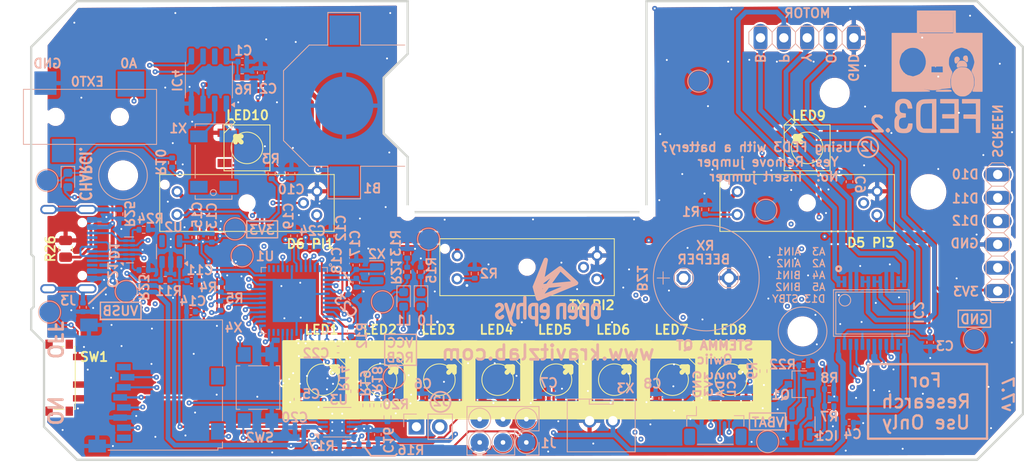
<source format=kicad_pcb>
(kicad_pcb (version 20241229) (generator "pcbnew") (generator_version "9.0")
  (layers (0 "F.Cu" signal) (4 "In1.Cu" signal) (6 "In2.Cu" signal) (2 "B.Cu" signal) (13 "F.Paste" user) (15 "B.Paste" user) (5 "F.SilkS" user "F.Silkscreen") (7 "B.SilkS" user "B.Silkscreen") (1 "F.Mask" user) (3 "B.Mask" user) (25 "Edge.Cuts" user))
  (net 0 "")
  (net 1 "GND")
  (net 2 "Net-(IC4-VDD)")
  (net 3 "Net-(U1-VDDCORE)")
  (net 4 "+3V3")
  (net 5 "/IOs Interface/VCCNEO")
  (net 6 "Net-(U1-PA00{slash}EINT0{slash}SERCOM1.0)")
  (net 7 "Net-(U1-PA01{slash}EINT1{slash}SERCOM1.1)")
  (net 9 "/EN")
  (net 10 "/BLUE")
  (net 11 "/ORANGE")
  (net 12 "/PINK")
  (net 13 "/YELLOW")
  (net 14 "Net-(IC4-XI)")
  (net 15 "Net-(IC4-XO)")
  (net 16 "Net-(LED1-DI)")
  (net 17 "Net-(LED1-DO)")
  (net 18 "Net-(LED2-DO)")
  (net 19 "Net-(LED3-DO)")
  (net 20 "Net-(LED5-DO)")
  (net 21 "Net-(LED6-DO)")
  (net 22 "Net-(LED7-DO)")
  (net 23 "Net-(LED8-DO)")
  (net 24 "Net-(LED10-DI)")
  (net 25 "/Controller Stage/SCL")
  (net 26 "Net-(PI1-Pad2)")
  (net 27 "Net-(PI2-Pad2)")
  (net 28 "Net-(PI3-Pad2)")
  (net 29 "Net-(CHG0-K)")
  (net 30 "Net-(U3-PROG)")
  (net 31 "Net-(L1-K)")
  (net 32 "/Controller Stage/SDA")
  (net 33 "/Controller Stage/AREF")
  (net 42 "/CC2")
  (net 43 "/CC1")
  (net 46 "VUSB")
  (net 47 "Net-(L0-K)")
  (net 51 "RX")
  (net 52 "A0")
  (net 53 "TX")
  (net 54 "D6")
  (net 55 "D5")
  (net 56 "D13")
  (net 57 "Net-(IC1-P$4)")
  (net 58 "A1")
  (net 59 "Net-(LED4-DO)")
  (net 61 "/Controller Stage/SQW")
  (net 62 "/Controller Stage/SWDIO")
  (net 63 "/Controller Stage/~{RESET}")
  (net 64 "D8")
  (net 65 "/Controller Stage/SWCLK")
  (net 66 "/Controller Stage/D10")
  (net 67 "/Controller Stage/D11")
  (net 68 "/Controller Stage/D12")
  (net 69 "/Controller Stage/SD_CS")
  (net 70 "/Controller Stage/SCK")
  (net 71 "D+")
  (net 73 "D-")
  (net 74 "/Controller Stage/D7")
  (net 75 "/Controller Stage/MISO")
  (net 76 "A2")
  (net 77 "A5")
  (net 78 "A4")
  (net 79 "A3")
  (net 80 "D9")
  (net 83 "Net-(IC4-VBAT)")
  (net 91 "VBat")
  (net 93 "/Controller Stage/MOSI")
  (net 94 "Net-(U3-STAT1)")
  (net 95 "Net-(U3-~{TE})")
  (net 96 "Net-(J2-Pin_1)")
  (net 98 "Net-(R13-Pad1)")
  (net 101 "Net-(J3-SHIELD)")
  (footprint "FED3_PCBLib:WS2812B" (layer "F.Cu") (at 121.2693 96.0004)
    (property "Reference" "LED10")
    (property "Value" "RGBLed" (hide yes))
  )
  (footprint "FED3_PCBLib:WS2812B" (layer "F.Cu") (at 148.5685 121.266 -90)
    (property "Reference" "LED4")
    (property "Value" "RGBLed" (hide yes))
  )
  (footprint "FED3_PCBLib:SSSS811101" (layer "F.Cu") (at 100.8204 121.05 -90)
    (property "Reference" "SW1")
    (property "Value" "Sw" (hide yes))
  )
  (footprint "FED3_PCBLib:WS2812B" (layer "F.Cu") (at 182.2693 96.0004)
    (property "Reference" "LED9")
    (property "Value" "RGBLed" (hide yes))
  )
  (footprint "FED3_PCBLib:WS2812B" (layer "F.Cu") (at 173.9685 121.266 -90)
    (property "Reference" "LED8")
    (property "Value" "RGBLed" (hide yes))
  )
  (footprint "FED3_PCBLib:WS2812B" (layer "F.Cu") (at 142.2185 121.266 -90)
    (property "Reference" "LED3")
    (property "Value" "RGBLed" (hide yes))
  )
  (footprint "FED3_PCBLib:WS2812B" (layer "F.Cu") (at 129.5185 121.266 -90)
    (property "Reference" "LED1")
    (property "Value" "RGBLed" (hide yes))
  )
  (footprint "FED3_PCBLib:GP1A57HR" (layer "F.Cu") (at 182.2693 102.0036)
    (property "Reference" "PI3" (hide yes))
    (property "Value" "GP1A57HR" (hide yes))
  )
  (footprint "FED3_PCBLib:GP1A57HR" (layer "F.Cu") (at 121.2693 102.0036)
    (property "Reference" "PI1" (hide yes))
    (property "Value" "GP1A57HR" (hide yes))
  )
  (footprint "FED3_PCBLib:GP1A57HR" (layer "F.Cu") (at 151.7693 109.0036)
    (property "Reference" "PI2" (hide yes))
    (property "Value" "GP1A57HR" (hide yes))
  )
  (footprint "Resistor_SMD:R_0805_2012Metric" (layer "F.Cu") (at 101.5204 107 90)
    (property "Reference" "R26")
    (property "Value" "510")
  )
  (footprint "FED3_PCBLib:WS2812B" (layer "F.Cu") (at 135.8685 121.266 -90)
    (property "Reference" "LED2")
    (property "Value" "RGBLed" (hide yes))
  )
  (footprint "FED3_PCBLib:WS2812B" (layer "F.Cu") (at 161.2685 121.266 -90)
    (property "Reference" "LED6")
    (property "Value" "RGBLed" (hide yes))
  )
  (footprint "FED3_PCBLib:WS2812B" (layer "F.Cu") (at 167.6185 121.266 -90)
    (property "Reference" "LED7")
    (property "Value" "RGBLed" (hide yes))
  )
  (footprint "FED3_PCBLib:WS2812B" (layer "F.Cu") (at 154.9185 121.266 -90)
    (property "Reference" "LED5")
    (property "Value" "RGBLed" (hide yes))
  )
  (footprint "Button_Switch_SMD:SW_SPST_TL3305B" (layer "B.Cu") (at 122.4704 122.125 -90)
    (property "Reference" "SW2")
    (property "Value" "SPST_TACT-KMR2" (hide yes))
  )
  (footprint "TestPoint:TestPoint_Pad_D2.0mm" (layer "B.Cu") (at 146.60835 125.569743 180)
    (property "Reference" "TP16" (hide yes))
    (property "Value" "GND")
  )
  (footprint "FED3_PCBLib:1X06" (layer "B.Cu") (at 203.0193 105.2536 -90)
    (property "Reference" "SCREEN0" (hide yes))
    (property "Value" "PINHD-1X6" (hide yes))
  )
  (footprint "TestPoint:TestPoint_Pad_D2.0mm" (layer "B.Cu") (at 108.1204 111.65 90)
    (property "Reference" "TP4" (hide yes))
    (property "Value" "VUSB")
  )
  (footprint "Capacitor_SMD:C_0402_1005Metric" (layer "B.Cu") (at 133.1704 110.7 -90)
    (property "Reference" "C18")
    (property "Value" "22pF" (hide yes))
  )
  (footprint "Capacitor_SMD:C_0402_1005Metric" (layer "B.Cu") (at 133.1704 108.7725 90)
    (property "Reference" "C17")
    (property "Value" "22pF" (hide yes))
  )
  (footprint "Resistor_SMD:R_0402_1005Metric" (layer "B.Cu") (at 131.8704 128.3 180)
    (property "Reference" "R17")
    (property "Value" "100k 0.1%" (hide yes))
  )
  (footprint "TestPoint:TestPoint_Pad_D2.0mm" (layer "B.Cu") (at 149.14835 128.109743 180)
    (property "Reference" "TP14" (hide yes))
    (property "Value" "GND")
  )
  (footprint "Capacitor_SMD:C_0402_1005Metric" (layer "B.Cu") (at 103.4104 113.37 -90)
    (property "Reference" "C21")
    (property "Value" "4.7nF" (hide yes))
  )
  (footprint "Crystal:Crystal_SMD_MicroCrystal_CC8V-T1A-2Pin_2.0x1.2mm" (layer "B.Cu") (at 135.3954 109.725 -90)
    (property "Reference" "X2")
    (property "Value" "uXtal" (hide yes))
  )
  (footprint "TestPoint:TestPoint_Pad_D2.0mm" (layer "B.Cu") (at 151.68835 125.569743 180)
    (property "Reference" "TP15" (hide yes))
    (property "Value" "GND")
  )
  (footprint "Resistor_SMD:R_0402_1005Metric" (layer "B.Cu") (at 110.0244 104.9274)
    (property "Reference" "R24")
    (property "Value" "5.1k" (hide yes))
  )
  (footprint "TestPoint:TestPoint_Pad_D2.0mm" (layer "B.Cu") (at 177.7704 102.8 180)
    (property "Reference" "TP11" (hide yes))
    (property "Value" "GND")
  )
  (footprint "" (layer "B.Cu") (at 107.7704 99.0036 180)
    (property "Reference" "")
    (property "Value" "")
  )
  (footprint "Resistor_SMD:R_0402_1005Metric" (layer "B.Cu") (at 120.7504 88.3 180)
    (property "Reference" "R6")
    (property "Value" "1k" (hide yes))
  )
  (footprint "TestPoint:TestPoint_Pad_D2.0mm" (layer "B.Cu") (at 151.68835 128.109743 180)
    (property "Reference" "TP13" (hide yes))
    (property "Value" "GND")
  )
  (footprint "TestPoint:TestPoint_Pad_D2.0mm" (layer "B.Cu") (at 120.7454 107.775 180)
    (property "Reference" "TP10" (hide yes))
    (property "Value" "3V3")
  )
  (footprint "Resistor_SMD:R_0402_1005Metric" (layer "B.Cu") (at 107.3704 103.22 -90)
    (property "Reference" "R25")
    (property "Value" "1M" (hide yes))
  )
  (footprint "Capacitor_SMD:C_0402_1005Metric" (layer "B.Cu") (at 126.1149 98.8124 90)
    (property "Reference" "C10")
    (property "Value" "1uF" (hide yes))
  )
  (footprint "Capacitor_SMD:C_0402_1005Metric" (layer "B.Cu") (at 120.7704 86.6)
    (property "Reference" "C1")
    (property "Value" "10µF" (hide yes))
  )
  (footprint "FED3_PCBLib:CR1220" (layer "B.Cu") (at 131.8553 91.3956 90)
    (property "Reference" "B1")
    (property "Value" "CR1220" (hide yes))
  )
  (footprint "FED3_PCBLib:oe logo" (layer "B.Cu") (at 154.0204 111.7 180)
    (property "Reference" "G***" (hide yes))
    (property "Value" "LOGO" (hide yes))
  )
  (footprint "LED_SMD:LED_0603_1608Metric" (layer "B.Cu") (at 101.7704 99.5 -90)
    (property "Reference" "CHG0" (hide yes))
    (property "Value" "RED" (hide yes))
  )
  (footprint "LED_SMD:LED_0603_1608Metric" (layer "B.Cu") (at 138.3304 112.52 -90)
    (property "Reference" "L1")
    (property "Value" "GREEN" (hide yes))
  )
  (footprint "Resistor_SMD:R_0402_1005Metric" (layer "B.Cu") (at 118.3704 113.2 -90)
    (property "Reference" "R5")
    (property "Value" "4k7" (hide yes))
  )
  (footprint "Resistor_SMD:R_0402_1005Metric" (layer "B.Cu") (at 132.9606 122.5284 90)
    (property "Reference" "R14")
    (property "Value" "1.27k" (hide yes))
  )
  (footprint "Capacitor_SMD:C_0402_1005Metric" (layer "B.Cu") (at 165.7704 123.3 90)
    (property "Reference" "C8")
    (property "Value" "1uF" (hide yes))
  )
  (footprint "FED3_PCBLib:TSMT3" (layer "B.Cu") (at 181.4204 121.7625 -90)
    (property "Reference" "Q1")
    (property "Value" "DMP2035U-7" (hide yes))
  )
  (footprint "Connector_PinHeader_2.54mm:PinHeader_2x03_P2.54mm_Vertical" (layer "B.Cu") (at 151.68835 128.109743 90)
    (property "Reference" "J1")
    (property "Value" "Conn_02x03_Odd_Even" (hide yes))
  )
  (footprint "Package_SON:USON-10_2.5x1.0mm_P0.5mm" (layer "B.Cu") (at 108.4282 107.1212)
    (property "Reference" "D1")
    (property "Value" "TPD4E05U06DQA" (hide yes))
  )
  (footprint "Capacitor_SMD:C_0402_1005Metric" (layer "B.Cu") (at 140.3204 123.25 90)
    (property "Reference" "C6")
    (property "Value" "1uF" (hide yes))
  )
  (footprint "TestPoint:TestPoint_Pad_D2.0mm" (layer "B.Cu") (at 141.0454 105.95 180)
    (property "Reference" "TP8" (hide yes))
    (property "Value" "3V3")
  )
  (footprint "Capacitor_SMD:C_0402_1005Metric" (layer "B.Cu") (at 195.6704 117.2 -90)
    (property "Reference" "C3")
    (property "Value" "10µF" (hide yes))
  )
  (footprint "Capacitor_SMD:C_0402_1005Metric" (layer "B.Cu") (at 135.5204 127.25 -90)
    (property "Reference" "C16")
    (property "Value" "10µF" (hide yes))
  )
  (footprint "Resistor_SMD:R_0402_1005Metric" (layer "B.Cu") (at 132.6004 116.025 90)
    (property "Reference" "R12")
    (property "Value" "330R" (hide yes))
  )
  (footprint "FED3_PCBLib:SSOP24" (layer "B.Cu") (at 189.2593 114.0016)
    (property "Reference" "IC2")
    (property "Value" "TB6612FNG" (hide yes))
  )
  (footprint "Resistor_SMD:R_0402_1005Metric" (layer "B.Cu") (at 110.0244 109.3216)
    (property "Reference" "R23")
    (property "Value" "5.1k" (hide yes))
  )
  (footprint "Package_DFN_QFN:DFN-10-1EP_3x3mm_P0.5mm_EP1.58x2.35mm_ThermalVias" (layer "B.Cu") (at 131.0998 125.9)
    (property "Reference" "U3")
    (property "Value" "MCP73834-xxxx" (hide yes))
  )
  (footprint "FED3_PCBLib:CRYSTAL_8X3.8" (layer "B.Cu") (at 117.6313 97.4916 -90)
    (property "Reference" "X1")
    (property "Value" "ClockXtal" (hide yes))
  )
  (footprint "Resistor_SMD:R_0402_1005Metric" (layer "B.Cu") (at 184.6704 122.3 180)
    (property "Reference" "R8")
    (property "Value" "4k7" (hide yes))
  )
  (footprint "Package_TO_SOT_SMD:SOT-23-5" (layer "B.Cu") (at 181.5704 126.1 90)
    (property "Reference" "IC1")
    (property "Value" "MC74VHC1GT125" (hide yes))
  )
  (footprint "TestPoint:TestPoint_Pad_D2.0mm" (layer "B.Cu") (at 99.7704 113.9 180)
    (property "Reference" "TP9" (hide yes))
    (property "Value" "VUSB")
  )
  (footprint "Capacitor_SMD:C_0402_1005Metric" (layer "B.Cu") (at 126.3904 105.5875 90)
    (property "Reference" "C19")
    (property "Value" "1uF" (hide yes))
  )
  (footprint "FED3_PCBLib:MICROSD" (layer "B.Cu") (at 118.5004 128.9 90)
    (property "Reference" "X4")
    (property "Value" "microsd" (hide yes))
  )
  (footprint "Capacitor_SMD:C_0402_1005Metric" (layer "B.Cu") (at 132.6504 112.28 -45)
    (property "Reference" "C23")
    (property "Value" "100nF" (hide yes))
  )
  (footprint "Resistor_SMD:R_0402_1005Metric" (layer "B.Cu") (at 140.1904 109.52 90)
    (property "Reference" "R15")
    (property "Value" "10k" (hide yes))
  )
  (footprint "Resistor_SMD:R_0402_1005Metric" (layer "B.Cu") (at 112.3704 110.4 180)
    (property "Reference" "R11")
    (property "Value" "100k 0.1%" (hide yes))
  )
  (footprint "TestPoint:TestPoint_Pad_D2.0mm" (layer "B.Cu") (at 137.2954 121 180)
    (property "Reference" "TP2" (hide yes))
    (property "Value" "VccNEO")
  )
  (footprint "LED_SMD:LED_0603_1608Metric" (layer "B.Cu") (at 140.2204 112.52 -90)
    (property "Reference" "L0")
    (property "Value" "RED" (hide yes))
  )
  (footprint "Package_SO:SO-8_3.9x4.9mm_P1.27mm" (layer "B.Cu") (at 117.1233 88.6016 90)
    (property "Reference" "IC4")
    (property "Value" "RTC PCF8523T" (hide yes))
  )
  (footprint "Capacitor_SMD:C_0402_1005Metric" (layer "B.Cu") (at 115.6454 105.75 90)
    (property "Reference" "C15")
    (property "Value" "1uF" (hide yes))
  )
  (footprint "Capacitor_SMD:C_0402_1005Metric" (layer "B.Cu") (at 154.1204 123.3 90)
    (property "Reference" "C7")
    (property "Value" "1uF" (hide yes))
  )
  (footprint "" (layer "B.Cu") (at 138.7693 103.0036 180)
    (property "Reference" "@HOLE2" (hide yes))
    (property "Value" "" (hide yes))
  )
  (footprint "Connector_JST:JST_SH_BM04B-SRSS-TB_1x04-1MP_P1.00mm_Vertical" (layer "B.Cu") (at 172.2704 126.3)
    (property "Reference" "AUX_I2C0" (hide yes))
    (property "Value" "Qwiic" (hide yes))
  )
  (footprint "Capacitor_SMD:C_0402_1005Metric" (layer "B.Cu") (at 186.8454 125.95)
    (property "Reference" "C4")
    (property "Value" "10µF" (hide yes))
  )
  (footprint "Capacitor_SMD:C_0402_1005Metric" (layer "B.Cu") (at 130.3904 105.5875 90)
    (property "Reference" "C12")
    (property "Value" "1uF" (hide yes))
  )
  (footprint "TestPoint:TestPoint_Pad_D2.0mm" (layer "B.Cu") (at 177.9704 128.025 180)
    (property "Reference" "TP3" (hide yes))
    (property "Value" "VBat")
  )
  (footprint "Resistor_SMD:R_0402_1005Metric" (layer "B.Cu") (at 133.985 128.3)
    (property "Reference" "R16")
    (property "Value" "100k 0.1%" (hide yes))
  )
  (footprint "Resistor_SMD:R_0402_1005Metric" (layer "B.Cu") (at 138.7204 107.5 90)
    (property "Reference" "R13")
    (property "Value" "1.27k" (hide yes))
  )
  (footprint "TestPoint:TestPoint_Pad_D2.0mm" (layer "B.Cu") (at 119.9704 104.825 90)
    (property "Reference" "TP1" (hide yes))
    (property "Value" "3V3")
  )
  (footprint "FED3_PCBLib:TQFN48_7MM" (layer "B.Cu") (at 126.4204 112.6375 -90)
    (property "Reference" "U1")
    (property "Value" "ATSAMD21G18A" (hide yes))
  )
  (footprint "" (layer "B.Cu") (at 164.7693 103.0036 180)
    (property "Reference" "@HOLE2" (hide yes))
    (property "Value" "" (hide yes))
  )
  (footprint "Capacitor_SMD:C_0402_1005Metric" (layer "B.Cu") (at 122.7704 87.8 90)
    (property "Reference" "C2")
    (property "Value" "10µF" (hide yes))
  )
  (footprint "Capacitor_SMD:C_0402_1005Metric" (layer "B.Cu") (at 115.1704 113.85 180)
    (property "Reference" "C14")
    (property "Value" "10µF" (hide yes))
  )
  (footprint "FED3_PCBLib:JST-XH-02-PACKAGE-ROUND-PAD" (layer "B.Cu") (at 159.8461 125.7364)
    (property "Reference" "X3")
    (property "Value" "B2B-PH-K-S" (hide yes))
  )
  (footprint "Capacitor_SMD:C_0402_1005Metric" (layer "B.Cu") (at 131.2004 117.98)
    (property "Reference" "C22")
    (property "Value" "100nF" (hide yes))
  )
  (footprint "Capacitor_SMD:C_0402_1005Metric" (layer "B.Cu") (at 117.4454 105.8 90)
    (property "Reference" "C13")
    (property "Value" "10µF" (hide yes))
  )
  (footprint "Resistor_SMD:R_0402_1005Metric" (layer "B.Cu") (at 113.1204 97.61 -90)
    (property "Reference" "R10")
    (property "Value" "4k7" (hide yes))
  )
  (footprint "Resistor_SMD:R_0402_1005Metric" (layer "B.Cu") (at 138.7204 109.52 -90)
    (property "Reference" "R21")
    (property "Value" "1k" (hide yes))
  )
  (footprint "Resistor_SMD:R_0402_1005Metric" (layer "B.Cu") (at 118.4204 111.2 -90)
    (property "Reference" "R4")
    (property "Value" "4k7" (hide yes))
  )
  (footprint "Resistor_SMD:R_0402_1005Metric" (layer "B.Cu") (at 177.5104 120.33 90)
    (property "Reference" "R9")
    (property "Value" "100k 0.1%" (hide yes))
  )
  (footprint "" (layer "B.Cu") (at 181.7693 116.0036 180)
    (property "Reference" "@HOLE6" (hide yes))
    (property "Value" "" (hide yes))
  )
  (footprint "Resistor_SMD:R_0402_1005Metric" (layer "B.Cu") (at 136.5704 125.35 90)
    (property "Reference" "R20")
    (property "Value" "10k" (hide yes))
  )
  (footprint "Resistor_SMD:R_0402_1005Metric" (layer "B.Cu") (at 171.1704 102.7 90)
    (property "Reference" "R1")
    (property "Value" "1k" (hide yes))
  )
  (footprint "Resistor_SMD:R_0402_1005Metric" (layer "B.Cu") (at 135.4704 124.075 90)
    (property "Reference" "R18")
    (property "Value" "4k7" (hide yes))
  )
  (footprint "Resistor_SMD:R_0402_1005Metric" (layer "B.Cu") (at 123.9613 98.8436 90)
    (property "Reference" "R3")
    (property "Value" "1k" (hide yes))
  )
  (footprint "Capacitor_SMD:C_0402_1005Metric" (layer "B.Cu") (at 115.2204 110.45)
    (property "Reference" "C11")
    (property "Value" "10µF" (hide yes))
  )
  (footprint "Connector_USB:USB_C_Receptacle_GCT_USB4105-xx-A_16P_TopMnt_Horizontal" (layer "B.Cu") (at 100.7362 107.0336 90)
    (property "Reference" "J3")
    (property "Value" "USB4105-GF-A")
  )
  (footprint "Resistor_SMD:R_0402_1005Metric" (layer "B.Cu") (at 134.2704 124.075 90)
    (property "Reference" "R19")
    (property "Value" "DNP" (hide yes))
  )
  (footprint "TestPoint:TestPoint_Pad_D2.0mm" (layer "B.Cu") (at 200.4704 116.9 90)
    (property "Reference" "TP5" (hide yes))
    (property "Value" "GND")
  )
  (footprint "" (layer "B.Cu") (at 195.4823 100.7936 180)
    (property "Reference" "@HOLE5" (hide yes))
    (property "Value" "" (hide yes))
  )
  (footprint "FED3_PCBLib:Buzzer" (layer "B.Cu") (at 171.2858 110.18)
    (property "Reference" "BZ1")
    (property "Value" "Buzzer" (hide yes))
  )
  (footprint "Capacitor_SMD:C_0402_1005Metric" (layer "B.Cu") (at 128.1104 106.78)
    (property "Reference" "C24")
    (property "Value" "100nF" (hide yes))
  )
  (footprint "FED3_PCBLib:1X05" (layer "B.Cu") (at 182.2693 84.0036 180)
    (property "Reference" "MOTOR0" (hide yes))
    (property "Value" "PINHD-1X5" (hide yes))
  )
  (footprint "Resistor_SMD:R_0402_1005Metric" (layer "B.Cu") (at 181.8804 119.7 180)
    (property "Reference" "R22")
    (property "Value" "100k 0.1%" (hide yes))
  )
  (footprint "Capacitor_SMD:C_0402_1005Metric" (layer "B.Cu") (at 126.9704 126.475 180)
    (property "Reference" "C20")
    (property "Value" "10µF" (hide yes))
  )
  (footprint "Capacitor_SMD:C_0402_1005Metric" (layer "B.Cu") (at 126.7704 123.4 90)
    (property "Reference" "C5")
    (property "Value" "1uF" (hide yes))
  )
  (footprint "Resistor_SMD:R_0402_1005Metric" (layer "B.Cu") (at 146.0704 109.7 90)
    (property "Reference" "R2")
    (property "Value" "1k" (hide yes))
  )
  (footprint "Capacitor_SMD:C_0402_1005Metric" (layer "B.Cu") (at 186.8804 99.69 -90)
    (property "Reference" "C9")
    (property "Value" "1uF" (hide yes))
  )
  (footprint "Resistor_SMD:R_0402_1005Metric" (layer "B.Cu") (at 184.6704 124.15)
    (property "Reference" "R7")
    (property "Value" "DNP" (hide yes))
  )
  (footprint "FED3_PCBLib:35RASMT2BHNTRX" (layer "B.Cu") (at 100.4261 92.6148)
    (property "Reference" "EXT0")
    (property "Value" "STEREO_JACK" (hide yes))
  )
  (footprint "Connector_PinHeader_2.54mm:PinHeader_1x02_P2.54mm_Vertical" (layer "B.Cu") (at 139.7204 126.4 -90)
    (property "Reference" "J2")
    (property "Value" "Conn_01x02_Odd_Even" (hide yes))
  )
  (footprint "TestPoint:TestPoint_Pad_D2.0mm" (layer "B.Cu") (at 170.4704 88.725 180)
    (property "Reference" "TP12" (hide yes))
    (property "Value" "GND")
  )
  (footprint "Package_TO_SOT_SMD:SOT-23-5" (layer "B.Cu") (at 112.9704 107.3 90)
    (property "Reference" "U2")
    (property "Value" "MIC5504-3.3" (hide yes))
  )
  (footprint "" (layer "B.Cu") (at 185.2693 90.0036 180)
    (property "Reference" "@HOLE0" (hide yes))
    (property "Value" "" (hide yes))
  )
  (footprint "TestPoint:TestPoint_Pad_D2.0mm" (layer "B.Cu") (at 99.4954 99.55 180)
    (property "Reference" "TP6" (hide yes))
    (property "Value" "3V3")
  )
  (footprint "TestPoint:TestPoint_Pad_D2.0mm" (layer "B.Cu") (at 146.60835 128.109743 180)
    (property "Reference" "TP17" (hide yes))
    (property "Value" "GND")
  )
  (footprint "FED3_PCBLib:FED_logo" (layer "B.Cu") (at 196.578557 87.74804 180)
    (property "Reference" "G***" (hide yes))
    (property "Value" "LOGO" (hide yes))
  )
  (footprint "TestPoint:TestPoint_Pad_D2.0mm" (layer "B.Cu") (at 136.0204 112.775 -90)
    (property "Reference" "TP7" (hide yes))
    (property "Value" "3V3")
  )
  (gr_line (start 143.8568 119.8436) (end 143.2218 120.4786) (stroke (width 0.508)) (layer "F.SilkS"))
  (gr_line (start 162.9068 119.8436) (end 162.2718 120.4786) (stroke (width 0.508)) (layer "F.SilkS"))
  (gr_line (start 131.1568 119.8436) (end 130.5218 119.8436) (stroke (width 0.508)) (layer "F.SilkS"))
  (gr_line (start 137.5068 119.8436) (end 136.8718 120.4786) (stroke (width 0.508)) (layer "F.SilkS"))
  (gr_line (start 131.1568 119.8436) (end 130.5218 120.4786) (stroke (width 0.508)) (layer "F.SilkS"))
  (gr_line (start 137.5068 119.8436) (end 136.8718 119.8436) (stroke (width 0.508)) (layer "F.SilkS"))
  (gr_line (start 175.6068 119.8436) (end 174.9718 120.4786) (stroke (width 0.508)) (layer "F.SilkS"))
  (gr_line (start 180.9789 94.7357) (end 180.9789 95.3707) (stroke (width 0.508)) (layer "F.SilkS"))
  (gr_line (start 120.0189 94.7357) (end 120.6539 95.3707) (stroke (width 0.508)) (layer "F.SilkS"))
  (gr_line (start 143.8568 119.8436) (end 143.8568 120.4786) (stroke (width 0.508)) (layer "F.SilkS"))
  (gr_line (start 156.5568 119.8436) (end 155.9218 120.4786) (stroke (width 0.508)) (layer "F.SilkS"))
  (gr_line (start 169.2568 119.8436) (end 169.2568 120.4786) (stroke (width 0.508)) (layer "F.SilkS"))
  (gr_line (start 162.9068 119.8436) (end 162.9068 120.4786) (stroke (width 0.508)) (layer "F.SilkS"))
  (gr_line (start 150.2068 119.8436) (end 149.5718 120.4786) (stroke (width 0.508)) (layer "F.SilkS"))
  (gr_line (start 120.0189 94.7357) (end 120.0189 95.3707) (stroke (width 0.508)) (layer "F.SilkS"))
  (gr_line (start 169.2568 119.8436) (end 168.6218 120.4786) (stroke (width 0.508)) (layer "F.SilkS"))
  (gr_line (start 131.1568 119.8436) (end 131.1568 120.4786) (stroke (width 0.508)) (layer "F.SilkS"))
  (gr_line (start 180.9789 94.7357) (end 181.6139 95.3707) (stroke (width 0.508)) (layer "F.SilkS"))
  (gr_line (start 162.9068 119.8436) (end 162.2718 119.8436) (stroke (width 0.508)) (layer "F.SilkS"))
  (gr_line (start 156.5568 119.8436) (end 155.9218 119.8436) (stroke (width 0.508)) (layer "F.SilkS"))
  (gr_line (start 143.8568 119.8436) (end 143.2218 119.8436) (stroke (width 0.508)) (layer "F.SilkS"))
  (gr_line (start 137.5068 119.8436) (end 137.5068 120.4786) (stroke (width 0.508)) (layer "F.SilkS"))
  (gr_line (start 150.2068 119.8436) (end 150.2068 120.4786) (stroke (width 0.508)) (layer "F.SilkS"))
  (gr_line (start 175.6068 119.8436) (end 175.6068 120.4786) (stroke (width 0.508)) (layer "F.SilkS"))
  (gr_line (start 180.9789 94.7357) (end 181.6139 94.7357) (stroke (width 0.508)) (layer "F.SilkS"))
  (gr_line (start 150.2068 119.8436) (end 149.5718 119.8436) (stroke (width 0.508)) (layer "F.SilkS"))
  (gr_line (start 169.2568 119.8436) (end 168.6218 119.8436) (stroke (width 0.508)) (layer "F.SilkS"))
  (gr_line (start 156.5568 119.8436) (end 156.5568 120.4786) (stroke (width 0.508)) (layer "F.SilkS"))
  (gr_line (start 175.6068 119.8436) (end 174.9718 119.8436) (stroke (width 0.508)) (layer "F.SilkS"))
  (gr_line (start 120.0189 94.7357) (end 120.6539 94.7357) (stroke (width 0.508)) (layer "F.SilkS"))
  (gr_circle (center 185.7033 109.1756) (end 185.4493 109.1756) (stroke (width 0.254)) (fill no) (layer "B.SilkS"))
  (gr_circle (center 188.9004 95.911085) (end 187.8004 95.911085) (stroke (width 0.2)) (fill no) (layer "B.SilkS"))
  (gr_rect (start 136.2654 116.32) (end 139.7254 119.7) (stroke (width 0.15)) (fill no) (layer "B.SilkS"))
  (gr_circle (center 107.7704 99) (end 105.1204 98.97) (stroke (width 0.1)) (fill no) (layer "B.SilkS"))
  (gr_rect (start 198.7204 113.7) (end 202.2404 115.55) (stroke (width 0.15)) (fill no) (layer "B.SilkS"))
  (gr_circle (center 142.339315 123.69) (end 141.239315 123.69) (stroke (width 0.2)) (fill no) (layer "B.SilkS"))
  (gr_line (start 137.3704 129.57) (end 134.7804 129.57) (stroke (width 0.2)) (layer "B.SilkS"))
  (gr_rect (start 105.3104 112.825) (end 109.7304 114.675) (stroke (width 0.15)) (fill no) (layer "B.SilkS"))
  (gr_rect (start 121.2454 103.95) (end 124.6054 105.8) (stroke (width 0.15)) (fill no) (layer "B.SilkS"))
  (gr_circle (center 181.7704 116) (end 179.1204 116.01) (stroke (width 0.1)) (fill no) (layer "B.SilkS"))
  (gr_line (start 105.9304 111.22) (end 104.0504 112.97) (stroke (width 0.2)) (layer "B.SilkS"))
  (gr_rect (start 175.9904 124.9) (end 179.9004 126.75) (stroke (width 0.15)) (fill no) (layer "B.SilkS"))
  (gr_line (start 137.5904 129.37) (end 137.3704 129.57) (stroke (width 0.2)) (layer "B.SilkS"))
  (gr_line (start 188.9034 119.572) (end 188.9034 127.7) (stroke (width 0.254)) (layer "B.SilkS"))
  (gr_line (start 201.8574 119.572) (end 188.9034 119.572) (stroke (width 0.254)) (layer "B.SilkS"))
  (gr_line (start 134.7804 129.57) (end 134.138641 128.68) (stroke (width 0.2)) (layer "B.SilkS"))
  (gr_line (start 201.8574 127.7) (end 201.8574 119.572) (stroke (width 0.254)) (layer "B.SilkS"))
  (gr_line (start 188.9034 127.7) (end 201.8574 127.7) (stroke (width 0.254)) (layer "B.SilkS"))
  (gr_line (start 132.6004 110.65) (end 131.7904 109.575) (stroke (width 0.2)) (layer "B.SilkS"))
  (gr_line (start 99.1693 126.4036) (end 99.1693 117.2036) (stroke (width 0.25)) (layer "Edge.Cuts"))
  (gr_line (start 138.7693 103.0036) (end 164.7693 103.0036) (stroke (width 0.25)) (layer "Edge.Cuts"))
  (gr_line (start 138.7693 80.0036) (end 138.7693 85.7516) (stroke (width 0.25)) (layer "Edge.Cuts"))
  (gr_line (start 138.7693 85.7516) (end 136.1733 88.3476) (stroke (width 0.25)) (layer "Edge.Cuts"))
  (gr_line (start 200.7693 80.0036) (end 205.7693 85.0036) (stroke (width 0.25)) (layer "Edge.Cuts"))
  (gr_line (start 98.0493 107.8836) (end 97.7693 107.6036) (stroke (width 0.25)) (layer "Edge.Cuts"))
  (gr_line (start 97.7693 85.0036) (end 102.7693 80.0036) (stroke (width 0.25)) (layer "Edge.Cuts"))
  (gr_line (start 98.0493 113.3236) (end 98.0493 107.8836) (stroke (width 0.25)) (layer "Edge.Cuts"))
  (gr_line (start 97.7693 107.6036) (end 97.7693 85.0036) (stroke (width 0.25)) (layer "Edge.Cuts"))
  (gr_line (start 138.7693 96.9836) (end 138.7693 103.0036) (stroke (width 0.25)) (layer "Edge.Cuts"))
  (gr_line (start 97.7693 113.6036) (end 98.0493 113.3236) (stroke (width 0.25)) (layer "Edge.Cuts"))
  (gr_line (start 164.7693 103.0036) (end 164.7693 80.0036) (stroke (width 0.25)) (layer "Edge.Cuts"))
  (gr_line (start 205.7693 125.0036) (end 200.7693 130.0036) (stroke (width 0.25)) (layer "Edge.Cuts"))
  (gr_line (start 136.1733 88.3476) (end 136.1733 94.4436) (stroke (width 0.25)) (layer "Edge.Cuts"))
  (gr_line (start 102.7693 130.0036) (end 99.1693 126.4036) (stroke (width 0.25)) (layer "Edge.Cuts"))
  (gr_line (start 102.7693 80.0036) (end 138.7693 80.0036) (stroke (width 0.25)) (layer "Edge.Cuts"))
  (gr_line (start 97.7693 115.8036) (end 97.7693 113.6036) (stroke (width 0.25)) (layer "Edge.Cuts"))
  (gr_line (start 205.7693 85.0036) (end 205.7693 125.0036) (stroke (width 0.25)) (layer "Edge.Cuts"))
  (gr_line (start 200.7693 130.0036) (end 102.7693 130.0036) (stroke (width 0.25)) (layer "Edge.Cuts"))
  (gr_line (start 136.1733 94.4436) (end 138.7693 96.9836) (stroke (width 0.25)) (layer "Edge.Cuts"))
  (gr_line (start 99.1693 117.2036) (end 97.7693 115.8036) (stroke (width 0.25)) (layer "Edge.Cuts"))
  (gr_line (start 164.7693 80.0036) (end 200.7693 80.0036) (stroke (width 0.25)) (layer "Edge.Cuts"))
  (gr_text "D6 PI1" (at 125.4704 107.05 -0) (layer "F.SilkS") (effects (font (size 1 1) (thickness 0.2)) (justify left bottom)))
  (gr_text "TX PI2" (at 156.2454 113.725 -0) (layer "F.SilkS") (effects (font (size 1 1) (thickness 0.2)) (justify left bottom)))
  (gr_text "D5 PI3" (at 186.4954 106.925 -0) (layer "F.SilkS") (effects (font (size 1 1) (thickness 0.2)) (justify left bottom)))
  (gr_text "SCREEN" (at 202.3704 97.19 -90) (layer "B.SilkS") (effects (font (size 1 1) (thickness 0.2) (bold yes)) (justify left bottom mirror)))
  (gr_text "BEEPER" (at 174.0054 108.745 -0) (layer "B.SilkS") (effects (font (size 1 1) (thickness 0.2)) (justify left bottom mirror)))
  (gr_text "SCL" (at 174.5204 120.25 -270) (layer "B.SilkS") (effects (font (size 0.8 1) (thickness 0.2)) (justify left bottom mirror)))
  (gr_text "Qwiic" (at 172.1904 119.06 -0) (layer "B.SilkS") (effects (font (size 1 1) (thickness 0.2) (bold yes)) (justify mirror)))
  (gr_text "Using FED3 with a battery?\n  Yes: Remove jumper\n  No:  Insert jumper" (at 187.3404 99.72 -0) (layer "B.SilkS") (effects (font (size 1 1) (thickness 0.2) (bold yes)) (justify left bottom mirror)))
  (gr_text "Y" (at 181.5704 86.734524 -90) (layer "B.SilkS") (effects (font (size 1 1) (thickness 0.2)) (justify left bottom mirror)))
  (gr_text "B" (at 176.5454 86.877381 -90) (layer "B.SilkS") (effects (font (size 1 1) (thickness 0.2)) (justify left bottom mirror)))
  (gr_text "MOTOR" (at 184.9204 81.9 -0) (layer "B.SilkS") (effects (font (size 1 1) (thickness 0.2) (bold yes)) (justify left bottom mirror)))
  (gr_text "VBAT" (at 177.9954 126.5 -0) (layer "B.SilkS") (effects (font (size 1 1) (thickness 0.2) (bold yes)) (justify bottom mirror)))
  (gr_text "STEMMA QT" (at 172.1904 117.53 -0) (layer "B.SilkS") (effects (font (size 1 1) (thickness 0.25) (bold yes)) (justify mirror)))
  (gr_text "VUSB" (at 107.4804 114.355 -0) (layer "B.SilkS") (effects (font (size 1 1) (thickness 0.2) (bold yes)) (justify bottom mirror)))
  (gr_text "D10" (at 201.0704 99.475 -0) (layer "B.SilkS") (effects (font (size 1 1) (thickness 0.2)) (justify left bottom mirror)))
  (gr_text "ON" (at 99.4704 126.425 -90) (layer "B.SilkS") (effects (font (size 1.5 1.5) (thickness 0.3)) (justify left bottom mirror)))
  (gr_text "A3  AIN1\nA2  AIN2\nA4  BIN1\nA5  BIN2\nD13 STBY" (at 184.3404 112.93 -0) (layer "B.SilkS") (effects (font (size 0.8 0.8) (thickness 0.13716)) (justify left bottom mirror)))
  (gr_text "3V3" (at 122.9054 105.515 -0) (layer "B.SilkS") (effects (font (size 1 1) (thickness 0.2) (bold yes)) (justify bottom mirror)))
  (gr_text "GND" (at 101.2004 87.39 -0) (layer "B.SilkS") (effects (font (size 1 1) (thickness 0.2)) (justify left bottom mirror)))
  (gr_text "GND" (at 200.4904 115.265 -0) (layer "B.SilkS") (effects (font (size 1 1) (thickness 0.2) (bold yes)) (justify bottom mirror)))
  (gr_text "GND" (at 201.0704 107 -0) (layer "B.SilkS") (effects (font (size 1 1) (thickness 0.2)) (justify left bottom mirror)))
  (gr_text "VCC\nRGB" (at 137.9454 119.45 -0) (layer "B.SilkS") (effects (font (size 1 1) (thickness 0.2) (bold yes)) (justify bottom mirror)))
  (gr_text "For\nResearch\nUse Only" (at 195.208 126.7754 -0) (layer "B.SilkS") (effects (font (size 1.42494 1.42494) (thickness 0.25146)) (justify bottom mirror)))
  (gr_text "GND" (at 186.6954 88.925 -90) (layer "B.SilkS") (effects (font (size 1 1) (thickness 0.2)) (justify left bottom mirror)))
  (gr_text "A0" (at 109.4204 87.37 -0) (layer "B.SilkS") (effects (font (size 1 1) (thickness 0.2)) (justify left bottom mirror)))
  (gr_text "J2" (at 188.9104 95.862544 -0) (layer "B.SilkS") (effects (font (size 1 1) (thickness 0.2) (bold yes)) (justify mirror)))
  (gr_text "CHARGI." (at 102.9504 101.93 -90) (layer "B.SilkS") (effects (font (size 1.2 1) (thickness 0.24) (bold yes)) (justify left bottom mirror)))
  (gr_text "O" (at 184.2454 86.925 -90) (layer "B.SilkS") (effects (font (size 1 1) (thickness 0.2)) (justify left bottom mirror)))
  (gr_text "3V3" (at 172.0204 120.25 -270) (layer "B.SilkS") (effects (font (size 0.8 1) (thickness 0.2)) (justify left bottom mirror)))
  (gr_text "RX" (at 172.2904 107.25 -0) (layer "B.SilkS") (effects (font (size 1 1) (thickness 0.2)) (justify left bottom mirror)))
  (gr_text "P" (at 179.1204 86.877381 -90) (layer "B.SilkS") (effects (font (size 1 1) (thickness 0.2)) (justify left bottom mirror)))
  (gr_text "www.kravitzlab.com" (at 154.045586 118.32 -0) (layer "B.SilkS") (effects (font (size 1.6 1.6) (thickness 0.3) (bold yes)) (justify mirror)))
  (gr_text "D12" (at 201.0704 104.525 -0) (layer "B.SilkS") (effects (font (size 1 1) (thickness 0.2)) (justify left bottom mirror)))
  (gr_text "3V3" (at 201.0704 112.25 -0) (layer "B.SilkS") (effects (font (size 1 1) (thickness 0.2)) (justify left bottom mirror)))
  (gr_text "OFF" (at 99.4954 119.175 -90) (layer "B.SilkS") (effects (font (size 1.5 1.5) (thickness 0.3)) (justify left bottom mirror)))
  (gr_text "SDA" (at 173.2704 120.25 -270) (layer "B.SilkS") (effects (font (size 0.8 1) (thickness 0.2)) (justify left bottom mirror)))
  (gr_text ".2" (at 191.678557 94.37604 -0) (layer "B.SilkS") (effects (font (size 1.64084 1.64084) (thickness 0.328168) (bold yes)) (justify left bottom mirror)))
  (gr_text "GND" (at 170.7704 120.1 -270) (layer "B.SilkS") (effects (font (size 0.8 1) (thickness 0.2)) (justify left bottom mirror)))
  (gr_text "v7.7" (at 203.3904 124.92 -90) (layer "B.SilkS") (effects (font (size 1.20904 1.20904) (thickness 0.241808) (bold yes)) (justify left bottom mirror)))
  (gr_text "D11" (at 201.0704 102.1 -0) (layer "B.SilkS") (effects (font (size 1 1) (thickness 0.2)) (justify left bottom mirror)))
  (via (at 189.5504 122.42) (size 0.55) (drill 0.21) (layers "F.Cu" "B.Cu") (net 1))
  (via (at 103.2359 90.526) (size 0.55) (drill 0.21) (layers "F.Cu" "B.Cu") (net 1))
  (via (at 105.7104 110.39) (size 0.55) (drill 0.21) (layers "F.Cu" "B.Cu") (net 1))
  (via (at 118.4304 103.99) (size 0.55) (drill 0.21) (layers "F.Cu" "B.Cu") (net 1))
  (via (at 115.4704 118.45) (size 0.55) (drill 0.21) (layers "F.Cu" "B.Cu") (net 1))
  (via (at 113.2204 112.35) (size 0.55) (drill 0.21) (layers "F.Cu" "B.Cu") (net 1))
  (via (at 129.0604 124.25) (size 0.55) (drill 0.21) (layers "F.Cu" "B.Cu") (net 1))
  (via (at 136.5204 86.25) (size 0.55) (drill 0.21) (layers "F.Cu" "B.Cu") (net 1))
  (via (at 102.1404 113.7) (size 0.55) (drill 0.21) (layers "F.Cu" "B.Cu") (net 1))
  (via (at 158.9804 128.23) (size 0.55) (drill 0.21) (layers "F.Cu" "B.Cu") (net 1))
  (via (at 162.2454 111.225) (size 0.55) (drill 0.21) (layers "F.Cu" "B.Cu") (net 1))
  (via (at 137.4704 124.941002) (size 0.55) (drill 0.21) (layers "F.Cu" "B.Cu") (net 1))
  (via (at 168.6704 98.85) (size 0.55) (drill 0.21) (layers "F.Cu" "B.Cu") (net 1))
  (via (at 182.9704 86.6) (size 0.55) (drill 0.21) (layers "F.Cu" "B.Cu") (net 1))
  (via (at 191.4454 94.375) (size 0.55) (drill 0.21) (layers "F.Cu" "B.Cu") (net 1))
  (via (at 102.8604 124.4) (size 0.55) (drill 0.21) (layers "F.Cu" "B.Cu") (net 1))
  (via (at 118.3504 104.83) (size 0.55) (drill 0.21) (layers "F.Cu" "B.Cu") (net 1))
  (via (at 114.5704 127.35) (size 0.55) (drill 0.21) (layers "F.Cu" "B.Cu") (net 1))
  (via (at 189.7454 112.9) (size 0.55) (drill 0.21) (layers "F.Cu" "B.Cu") (net 1))
  (via (at 191.2704 108.7) (size 0.55) (drill 0.21) (layers "F.Cu" "B.Cu") (net 1))
  (via (at 112.9704 105.94) (size 0.55) (drill 0.21) (layers "F.Cu" "B.Cu") (net 1))
  (via (at 111.2954 127.5) (size 0.55) (drill 0.21) (layers "F.Cu" "B.Cu") (net 1))
  (via (at 101.1954 126.75) (size 0.55) (drill 0.21) (layers "F.Cu" "B.Cu") (net 1))
  (via (at 138.8704 120.785) (size 0.55) (drill 0.21) (layers "F.Cu" "B.Cu") (net 1))
  (via (at 171.4704 91.45) (size 0.55) (drill 0.21) (layers "F.Cu" "B.Cu") (net 1))
  (via (at 106.5204 115.3) (size 0.55) (drill 0.21) (layers "F.Cu" "B.Cu") (net 1))
  (via (at 107.5904 104.84) (size 0.55) (drill 0.21) (layers "F.Cu" "B.Cu") (net 1))
  (via (at 126.9204 118.7) (size 0.55) (drill 0.21) (layers "F.Cu" "B.Cu") (net 1))
  (via (at 125.3454 114.575) (size 0.55) (drill 0.21) (layers "F.Cu" "B.Cu") (net 1))
  (via (at 152.417506 103.795731) (size 0.55) (drill 0.21) (layers "F.Cu" "B.Cu") (net 1))
  (via (at 184.5904 100.53) (size 0.55) (drill 0.21) (layers "F.Cu" "B.Cu") (net 1))
  (via (at 145.2204 111) (size 0.6) (drill 0.3) (layers "F.Cu" "B.Cu") (net 1))
  (via (at 139.5704 107) (size 0.55) (drill 0.21) (layers "F.Cu" "B.Cu") (net 1))
  (via (at 185.7204 112.05) (size 0.55) (drill 0.21) (layers "F.Cu" "B.Cu") (net 1))
  (via (at 129.9804 122.32) (size 0.55) (drill 0.21) (layers "F.Cu" "B.Cu") (net 1))
  (via (at 188.1954 114.975) (size 0.55) (drill 0.21) (layers "F.Cu" "B.Cu") (net 1))
  (via (at 155.1704 125.8) (size 0.55) (drill 0.21) (layers "F.Cu" "B.Cu") (net 1))
  (via (at 127.1204 114.5) (size 0.55) (drill 0.21) (layers "F.Cu" "B.Cu") (net 1))
  (via (at 188.0454 108.875) (size 0.55) (drill 0.21) (layers "F.Cu" "B.Cu") (net 1))
  (via (at 107.5954 109.15) (size 0.55) (drill 0.21) (layers "F.Cu" "B.Cu") (net 1))
  (via (at 162.8704 120.6) (size 0.55) (drill 0.21) (layers "F.Cu" "B.Cu") (net 1))
  (via (at 112.3704 89.425) (size 0.55) (drill 0.21) (layers "F.Cu" "B.Cu") (net 1))
  (via (at 135.7704 119.5) (size 0.55) (drill 0.21) (layers "F.Cu" "B.Cu") (net 1))
  (via (at 142.0104 114.97) (size 0.6) (drill 0.3) (layers "F.Cu" "B.Cu") (net 1))
  (via (at 115.0204 89.35) (size 0.55) (drill 0.21) (layers "F.Cu" "B.Cu") (net 1))
  (via (at 203.2454 86.825) (size 0.55) (drill 0.21) (layers "F.Cu" "B.Cu") (net 1))
  (via (at 106.6704 128.5) (size 0.55) (drill 0.21) (layers "F.Cu" "B.Cu") (net 1))
  (via (at 196.5454 88.225) (size 0.55) (drill 0.21) (layers "F.Cu" "B.Cu") (net 1))
  (via (at 122.3954 123.125) (size 0.55) (drill 0.21) (layers "F.Cu" "B.Cu") (net 1))
  (via (at 120.3185 91.0294) (size 0.55) (drill 0.21) (layers "F.Cu" "B.Cu") (net 1))
  (via (at 114.2704 97.8) (size 0.55) (drill 0.21) (layers "F.Cu" "B.Cu") (net 1))
  (via (at 123.2204 95.825) (size 0.55) (drill 0.21) (layers "F.Cu" "B.Cu") (net 1))
  (via (at 109.8974 107.1118) (size 0.55) (drill 0.21) (layers "F.Cu" "B.Cu") (net 1))
  (via (at 187.5954 123.25) (size 0.55) (drill 0.21) (layers "F.Cu" "B.Cu") (net 1))
  (via (at 178.3604 98.44) (size 0.55) (drill 0.21) (layers "F.Cu" "B.Cu") (net 1))
  (via (at 140.2004 108.05) (size 0.55) (drill 0.21) (layers "F.Cu" "B.Cu") (net 1))
  (via (at 120.6704 110) (size 0.55) (drill 0.21) (layers "F.Cu" "B.Cu") (net 1))
  (via (at 117.9954 115.4) (size 0.55) (drill 0.21) (layers "F.Cu" "B.Cu") (net 1))
  (via (at 147.5704 108.7) (size 0.55) (drill 0.21) (layers "F.Cu" "B.Cu") (net 1))
  (via (at 166.9873 86.4156) (size 0.55) (drill 0.21) (layers "F.Cu" "B.Cu") (net 1))
  (via (at 124.5349 91.0294) (size 0.55) (drill 0.21) (layers "F.Cu" "B.Cu") (net 1))
  (via (at 157.2204 111.4) (size 0.55) (drill 0.21) (layers "F.Cu" "B.Cu") (net 1))
  (via (at 141.7204 111.65) (size 0.55) (drill 0.21) (layers "F.Cu" "B.Cu") (net 1))
  (via (at 117.9704 122.9) (size 0.55) (drill 0.21) (layers "F.Cu" "B.Cu") (net 1))
  (via (at 196.5454 98.3) (size 0.55) (drill 0.21) (layers "F.Cu" "B.Cu") (net 1))
  (via (at 133.5704 103.7) (size 0.55) (drill 0.21) (layers "F.Cu" "B.Cu") (net 1))
  (via (at 139.1454 122.9) (size 0.55) (drill 0.21) (layers "F.Cu" "B.Cu") (net 1))
  (via (at 177.5604 121.85) (size 0.55) (drill 0.21) (layers "F.Cu" "B.Cu") (net 1))
  (via (at 201.4551 96.7788) (size 0.55) (drill 0.21) (layers "F.Cu" "B.Cu") (net 1))
  (via (at 194.7954 83.975) (size 0.55) (drill 0.21) (layers "F.Cu" "B.Cu") (net 1))
  (via (at 171.0954 100.975) (size 0.55) (drill 0.21) (layers "F.Cu" "B.Cu") (net 1))
  (via (at 126.2704 96) (size 0.55) (drill 0.21) (layers "F.Cu" "B.Cu") (net 1))
  (via (at 178.0454 112.425) (size 0.55) (drill 0.21) (layers "F.Cu" "B.Cu") (net 1))
  (via (at 186.4704 129) (size 0.55) (drill 0.21) (layers "F.Cu" "B.Cu") (net 1))
  (via (at 103.9304 120.17) (size 0.55) (drill 0.21) (layers "F.Cu" "B.Cu") (net 1))
  (via (at 175.228635 120.429854) (size 0.55) (drill 0.21) (layers "F.Cu" "B.Cu") (net 1))
  (via (at 131.0704 109.075) (size 0.55) (drill 0.21) (layers "F.Cu" "B.Cu") (net 1))
  (via (at 150.6204 120.85) (size 0.55) (drill 0.21) (layers "F.Cu" "B.Cu") (net 1))
  (via (at 105.9604 103.53) (size 0.55) (drill 0.21) (layers "F.Cu" "B.Cu") (net 1))
  (via (at 179.0604 124.49) (size 0.55) (drill 0.21) (layers "F.Cu" "B.Cu") (net 1))
  (via (at 173.6704 86.6) (size 0.55) (drill 0.21) (layers "F.Cu" "B.Cu") (net 1))
  (via (at 174.0204 80.9) (size 0.55) (drill 0.21) (layers "F.Cu" "B.Cu") (net 1))
  (via (at 167.7704 124.65) (size 0.55) (drill 0.21) (layers "F.Cu" "B.Cu") (net 1))
  (via (at 165.6704 80.8) (size 0.55) (drill 0.21) (layers "F.Cu" "B.Cu") (net 1))
  (via (at 191.6704 120.15) (size 0.55) (drill 0.21) (layers "F.Cu" "B.Cu") (net 1))
  (via (at 177.4304 124.38) (size 0.55) (drill 0.21) (layers "F.Cu" "B.Cu") (net 1))
  (via (at 104.5204 113.45) (size 0.55) (drill 0.21) (layers "F.Cu" "B.Cu") (net 1))
  (via (at 166.1704 101.7) (size 0.55) (drill 0.21) (layers "F.Cu" "B.Cu") (net 1))
  (via (at 109.2116 125.222) (size 0.55) (drill 0.21) (layers "F.Cu" "B.Cu") (net 1))
  (via (at 136.8704 81.3) (size 0.55) (drill 0.21) (layers "F.Cu" "B.Cu") (net 1))
  (via (at 127.0704 110.7) (size 0.55) (drill 0.21) (layers "F.Cu" "B.Cu") (net 1))
  (via (at 103.5204 117.7) (size 0.55) (drill 0.21) (layers "F.Cu" "B.Cu") (net 1))
  (via (at 102.4713 82.3516) (size 0.55) (drill 0.21) (layers "F.Cu" "B.Cu") (net 1))
  (via (at 114.4704 104.65) (size 0.55) (drill 0.21) (layers "F.Cu" "B.Cu") (net 1))
  (via (at 180.5304 100.59) (size 0.55) (drill 0.21) (layers "F.Cu" "B.Cu") (net 1))
  (via (at 127.8004 120.86) (size 0.55) (drill 0.21) (layers "F.Cu" "B.Cu") (net 1))
  (via (at 200.0073 81.5896) (size 0.55) (drill 0.21) (layers "F.Cu" "B.Cu") (net 1))
  (via (at 169.2454 106.9) (size 0.55) (drill 0.21) (layers "F.Cu" "B.Cu") (net 1))
  (via (at 188.4704 97.9) (size 0.55) (drill 0.21) (layers "F.Cu" "B.Cu") (net 1))
  (via (at 186.9454 80.8) (size 0.55) (drill 0.21) (layers "F.Cu" "B.Cu") (net 1))
  (via (at 127.0504 121.71) (size 0.55) (drill 0.21) (layers "F.Cu" "B.Cu") (net 1))
  (via (at 113.1904 95.48) (size 0.55) (drill 0.21) (layers "F.Cu" "B.Cu") (net 1))
  (via (at 188.3704 126) (size 0.55) (drill 0.21) (layers "F.Cu" "B.Cu") (net 1))
  (via (at 171.9504 98.37) (size 0.55) (drill 0.21) (layers "F.Cu" "B.Cu") (net 1))
  (via (at 110.8704 119.55) (size 0.55) (drill 0.21) (layers "F.Cu" "B.Cu") (net 1))
  (via (at 148.2454 119.475) (size 0.55) (drill 0.21) (layers "F.Cu" "B.Cu") (net 1))
  (via (at 133.9704 111.65) (size 0.55) (drill 0.21) (layers "F.Cu" "B.Cu") (net 1))
  (via (at 200.7204 105.45) (size 0.55) (drill 0.21) (layers "F.Cu" "B.Cu") (net 1))
  (via (at 175.9704 86.4) (size 0.55) (drill 0.21) (layers "F.Cu" "B.Cu") (net 1))
  (via (at 161.0204 115) (size 0.55) (drill 0.21) (layers "F.Cu" "B.Cu") (net 1))
  (via (at 162.8751 109.2458) (size 0.55) (drill 0.21) (layers "F.Cu" "B.Cu") (net 1))
  (via (at 204.5565 117.2214) (size 0.55) (drill 0.21) (layers "F.Cu" "B.Cu") (net 1))
  (via (at 185.0704 126.35) (size 0.55) (drill 0.21) (layers "F.Cu" "B.Cu") (net 1))
  (via (at 112.6504 101.86) (size 0.55) (drill 0.21) (layers "F.Cu" "B.Cu") (net 1))
  (via (at 167.7704 119.6) (size 0.55) (drill 0.21) (layers "F.Cu" "B.Cu") (net 1))
  (via (at 180.9704 108.06) (size 0.55) (drill 0.21) (layers "F.Cu" "B.Cu") (net 1))
  (via (at 113.4704 81.3) (size 0.55) (drill 0.21) (layers "F.Cu" "B.Cu") (net 1))
  (via (at 129.1704 102.05) (size 0.55) (drill 0.21) (layers "F.Cu" "B.Cu") (net 1))
  (via (at 155.5704 122.25) (size 0.55) (drill 0.21) (layers "F.Cu" "B.Cu") (net 1))
  (via (at 154.0704 129.1) (size 0.55) (drill 0.21) (layers "F.Cu" "B.Cu") (net 1))
  (via (at 134.4854 106.9725) (size 0.55) (drill 0.21) (layers "F.Cu" "B.Cu") (net 1))
  (via (at 167.2204 111.55) (size 0.55) (drill 0.21) (layers "F.Cu" "B.Cu") (net 1))
  (via (at 194.8704 122.8) (size 0.55) (drill 0.21) (layers "F.Cu" "B.Cu") (net 1))
  (via (at 158.3954 122.5) (size 0.55) (drill 0.21) (layers "F.Cu" "B.Cu") (net 1))
  (via (at 145.3454 119.475) (size 0.55) (drill 0.21) (layers "F.Cu" "B.Cu") (net 1))
  (via (at 192.6704 128.8) (size 0.55) (drill 0.21) (layers "F.Cu" "B.Cu") (net 1))
  (via (at 106.4704 121.05) (size 0.55) (drill 0.21) (layers "F.Cu" "B.Cu") (net 1))
  (via (at 170.8704 114.7) (size 0.55) (drill 0.21) (layers "F.Cu" "B.Cu") (net 1))
  (via (at 126.9204 103.325) (size 0.55) (drill 0.21) (layers "F.Cu" "B.Cu") (net 1))
  (via (at 124.0204 129.2) (size 0.55) (drill 0.21) (layers "F.Cu" "B.Cu") (net 1))
  (via (at 176.2204 128.05) (size 0.55) (drill 0.21) (layers "F.Cu" "B.Cu") (net 1))
  (via (at 155.5091 108.5092) (size 0.55) (drill 0.21) (layers "F.Cu" "B.Cu") (net 1))
  (via (at 192.2704 112.3) (size 0.55) (drill 0.21) (layers "F.Cu" "B.Cu") (net 1))
  (via (at 195.6704 118.9) (size 0.55) (drill 0.21) (layers "F.Cu" "B.Cu") (net 1))
  (via (at 178.1704 107.9) (size 0.55) (drill 0.21) (layers "F.Cu" "B.Cu") (net 1))
  (via (at 188.5773 87.0506) (size 0.55) (drill 0.21) (layers "F.Cu" "B.Cu") (net 1))
  (via (at 115.6204 124.85) (size 0.55) (drill 0.21) (layers "F.Cu" "B.Cu") (net 1))
  (via (at 179.6779 127.6825) (size 0.55) (drill 0.21) (layers "F.Cu" "B.Cu") (net 1))
  (via (at 105.9004 111.98) (size 0.55) (drill 0.21) (layers "F.Cu" "B.Cu") (net 1))
  (via (at 107.6104 117.6) (size 0.55) (drill 0.21) (layers "F.Cu" "B.Cu") (net 1))
  (via (at 198.5454 110.225) (size 0.55) (drill 0.21) (layers "F.Cu" "B.Cu") (net 1))
  (via (at 115.64271 109.543265) (size 0.55) (drill 0.21) (layers "F.Cu" "B.Cu") (net 1))
  (via (at 185.8704 115.2) (size 0.55) (drill 0.21) (layers "F.Cu" "B.Cu") (net 1))
  (via (at 182.3704 109.9) (size 0.55) (drill 0.21) (layers "F.Cu" "B.Cu") (net 1))
  (via (at 110.9204 115.7) (size 0.55) (drill 0.21) (layers "F.Cu" "B.Cu") (net 1))
  (via (at 142.7204 121.5) (size 0.55) (drill 0.21) (layers "F.Cu" "B.Cu") (net 1))
  (via (at 167.7004 121.99) (size 0.55) (drill 0.21) (layers "F.Cu" "B.Cu") (net 1))
  (via (at 188.5773 91.4956) (size 0.55) (drill 0.21) (layers "F.Cu" "B.Cu") (net 1))
  (via (at 115.3009 93.1422) (size 0.55) (drill 0.21) (layers "F.Cu" "B.Cu") (net 1))
  (via (at 185.2204 123.1) (size 0.55) (drill 0.21) (layers "F.Cu" "B.Cu") (net 1))
  (via (at 151.19569 115.016462) (size 0.55) (drill 0.21) (layers "F.Cu" "B.Cu") (net 1))
  (via (at 165.2004 126.14) (size 0.55) (drill 0.21) (layers "F.Cu" "B.Cu") (net 1))
  (via (at 202.2933 126.5476) (size 0.55) (drill 0.21) (layers "F.Cu" "B.Cu") (net 1))
  (via (at 166.2704 94.5) (size 0.55) (drill 0.21) (layers "F.Cu" "B.Cu") (net 1))
  (via (at 183.1704 114.2) (size 0.55) (drill 0.21) (layers "F.Cu" "B.Cu") (net 1))
  (via (at 178.9704 86.6) (size 0.55) (drill 0.21) (layers "F.Cu" "B.Cu") (net 1))
  (via (at 191.2204 122.525) (size 0.55) (drill 0.21) (layers "F.Cu" "B.Cu") (net 1))
  (via (at 142.7954 103.825) (size 0.55) (drill 0.21) (layers "F.Cu" "B.Cu") (net 1))
  (via (at 204.5793 94.2896) (size 0.55) (drill 0.21) (layers "F.Cu" "B.Cu") (net 1))
  (via (at 112.9704 106.82) (size 0.55) (drill 0.21) (layers "F.Cu" "B.Cu") (net 1))
  (via (at 136.7704 96.5) (size 0.55) (drill 0.21) (layers "F.Cu" "B.Cu") (net 1))
  (via (at 202.0165 122.0474) (size 0.55) (drill 0.21) (layers "F.Cu" "B.Cu") (net 1))
  (via (at 130.6404 121.72) (size 0.55) (drill 0.21) (layers "F.Cu" "B.Cu") (net 1))
  (via (at 125.0186 111.062165) (size 0.55) (drill 0.21) (layers "F.Cu" "B.Cu") (net 1))
  (via (at 163.4204 103.8) (size 0.55) (drill 0.21) (layers "F.Cu" "B.Cu") (net 1))
  (via (at 184.3204 103.1) (size 0.55) (drill 0.21) (layers "F.Cu" "B.Cu") (net 1))
  (via (at 169.553995 125.548435) (size 0.55) (drill 0.21) (layers "F.Cu" "B.Cu") (net 1))
  (via (at 123.3665 84.1714) (size 0.55) (drill 0.21) (layers "F.Cu" "B.Cu") (net 1))
  (via (at 126.5785 84.4554) (size 0.55) (drill 0.21) (layers "F.Cu" "B.Cu") (net 1))
  (via (at 119.1204 109.9) (size 0.55) (drill 0.21) (layers "F.Cu" "B.Cu") (net 1))
  (via (at 183.3204 117.415) (size 0.55) (drill 0.21) (layers "F.Cu" "B.Cu") (net 1))
  (via (at 130.0304 121.12) (size 0.55) (drill 0.21) (layers "F.Cu" "B.Cu") (net 1))
  (via (at 136.3704 102.45) (size 0.55) (drill 0.21) (layers "F.Cu" "B.Cu") (net 1))
  (via (at 198.7954 92.175) (size 0.55) (drill 0.21) (layers "F.Cu" "B.Cu") (net 1))
  (segment (start 115.64271 110.39231) (end 115.7004 110.45) (width 0.22) (layer "B.Cu") (net 1))
  (segment (start 187.6343 109.2861) (end 187.6343 110.5816) (width 0.3) (layer "B.Cu") (net 1))
  (segment (start 126.6704 116.0925) (end 126.6504 116.1125) (width 0.22) (layer "B.Cu") (net 1))
  (segment (start 127.832473 114.640889) (end 126.6704 114.640889) (width 0.22) (layer "B.Cu") (net 1))
  (segment (start 108.8132 107.1212) (end 108.0432 107.1212) (width 0.23) (layer "B.Cu") (net 1))
  (segment (start 140.2004 108.05) (end 140.2004 109) (width 0.21) (layer "B.Cu") (net 1))
  (segment (start 108.8132 107.1212) (end 109.888 107.1212) (width 0.23) (layer "B.Cu") (net 1))
  (segment (start 188.3704 126) (end 187.3754 126) (width 0.25) (layer "B.Cu") (net 1))
  (segment (start 129.8379 111.925) (end 128.717067 111.925) (width 0.22) (layer "B.Cu") (net 1))
  (segment (start 191.2704 108.7) (end 190.8843 109.0861) (width 0.3) (layer "B.Cu") (net 1))
  (segment (start 125.0186 111.062165) (end 125.015647 111.062165) (width 0.22) (layer "B.Cu") (net 1))
  (segment (start 137.4704 124.941002) (end 136.671402 124.941002) (width 0.21) (layer "B.Cu") (net 1))
  (segment (start 126.6704 114.640889) (end 126.6704 116.0925) (width 0.22) (layer "B.Cu") (net 1))
  (segment (start 112.9704 108.3) (end 112.9204 108.35) (width 0.35) (layer "B.Cu") (net 1))
  (segment (start 139.5704 107) (end 138.7304 107) (width 0.21) (layer "B.Cu") (net 1))
  (segment (start 179.6779 127.6825) (end 180.1229 127.2375) (width 0.25) (layer "B.Cu") (net 1))
  (segment (start 107.7588 125.2398) (end 109.1938 125.2398) (width 0.25) (layer "B.Cu") (net 1))
  (segment (start 188.0454 108.875) (end 187.6343 109.2861) (width 0.3) (layer "B.Cu") (net 1))
  (segment (start 128.717067 111.925) (end 128.7004 111.908333) (width 0.22) (layer "B.Cu") (net 1))
  (segment (start 169.553995 125.548435) (end 170.721965 125.548435) (width 0.22) (layer "B.Cu") (net 1))
  (segment (start 109.1938 125.2398) (end 109.2116 125.222) (width 0.25) (layer "B.Cu") (net 1))
  (segment (start 140.2004 109) (end 140.1904 109.01) (width 0.21) (layer "B.Cu") (net 1))
  (segment (start 124.343482 110.39) (end 122.9604 110.39) (width 0.22) (layer "B.Cu") (net 1))
  (segment (start 170.721965 125.548435) (end 170.7704 125.5) (width 0.22) (layer "B.Cu") (net 1))
  (segment (start 126.1504 110.40472) (end 126.1504 109.2) (width 0.22) (layer "B.Cu") (net 1))
  (segment (start 190.8843 109.0861) (end 190.8843 110.5816) (width 0.3) (layer "B.Cu") (net 1))
  (segment (start 170.7704 125.5) (end 170.7704 124.975) (width 0.22) (layer "B.Cu") (net 1))
  (segment (start 125.015647 111.062165) (end 124.343482 110.39) (width 0.22) (layer "B.Cu") (net 1))
  (segment (start 180.1229 127.2375) (end 180.6204 127.2375) (width 0.25) (layer "B.Cu") (net 1))
  (segment (start 109.888 107.1212) (end 109.8974 107.1118) (width 0.23) (layer "B.Cu") (net 1))
  (segment (start 115.64271 109.543265) (end 115.64271 110.39231) (width 0.22) (layer "B.Cu") (net 1))
  (segment (start 185.2204 122.45) (end 185.0704 122.3) (width 0.25) (layer "B.Cu") (net 1))
  (segment (start 129.6623 124.9) (end 130.4848 124.9) (width 0.23) (layer "B.Cu") (net 1))
  (segment (start 136.671402 124.941002) (end 136.5704 124.84) (width 0.21) (layer "B.Cu") (net 1))
  (segment (start 195.6704 117.68) (end 195.6704 118.9) (width 0.25) (layer "B.Cu") (net 1))
  (segment (start 185.2204 123.1) (end 185.2204 122.45) (width 0.25) (layer "B.Cu") (net 1))
  (segment (start 104.9604 128.5) (end 106.6704 128.5) (width 0.22) (layer "B.Cu") (net 1))
  (segment (start 130.4848 124.9) (end 130.5598 124.975) (width 0.23) (layer "B.Cu") (net 1))
  (segment (start 138.7304 107) (end 138.7204 106.99) (width 0.21) (layer "B.Cu") (net 1))
  (segment (start 119.0283 86.6516) (end 120.2388 86.6516) (width 0.3048) (layer "B.Cu") (net 2))
  (segment (start 120.2404 88.3) (end 120.2404 86.65) (width 0.22) (layer "B.Cu") (net 2))
  (segment (start 126.6704 109.2) (end 126.6704 108.6425) (width 0.22) (layer "B.Cu") (net 3))
  (segment (start 126.6704 108.6425) (end 126.3904 108.3625) (width 0.22) (layer "B.Cu") (net 3))
  (segment (start 126.3904 108.3625) (end 126.3904 106.0675) (width 0.22) (layer "B.Cu") (net 3))
  (segment (start 153.9454 125.475) (end 151.783093 125.475) (width 0.25) (layer "F.Cu") (net 4))
  (segment (start 144.1704 105.5) (end 144.1704 107.7625) (width 0.508) (layer "F.Cu") (net 4))
  (segment (start 173.2204 102.2125) (end 173.2204 105.6) (width 0.508) (layer "F.Cu") (net 4))
  (segment (start 116.5704 107.7142) (end 116.5704 114.2) (width 0.25) (layer "F.Cu") (net 4))
  (segment (start 189.8393 103.3336) (end 189.8393 105.4) (width 0.3) (layer "F.Cu") (net 4))
  (segment (start 118.0204 113.852136) (end 117.922536 113.95) (width 0.22) (layer "F.Cu") (net 4))
  (segment (start 116.3236 107.4674) (end 116.5704 107.7142) (width 0.25) (layer "F.Cu") (net 4))
  (segment (start 132.2654 111.35) (end 132.1504 111.235) (width 0.25) (layer "F.Cu") (net 4))
  (segment (start 116.5704 114.2) (end 116.5704 122.4) (width 0.25) (layer "F.Cu") (net 4))
  (segment (start 195.6204 116) (end 195.5704 115.95) (width 0.25) (layer "F.Cu") (net 4))
  (segment (start 122.9214 98.616709) (end 122.4704 98.165709) (width 0.3) (layer "F.Cu") (net 4))
  (segment (start 148.9954 106.175) (end 148.6204 105.8) (width 0.25) (layer "F.Cu") (net 4))
  (segment (start 128.9529 105.3175) (end 128.9529 103.525) (width 0.254) (layer "F.Cu") (net 4))
  (segment (start 116.4704 106.23) (end 116.4704 103.5647) (width 0.508) (layer "F.Cu") (net 4))
  (segment (start 154.6704 124.75) (end 153.9454 125.475) (width 0.25) (layer "F.Cu") (net 4))
  (segment (start 196.2704 111.1) (end 196.6704 111.5) (width 0.3) (layer "F.Cu") (net 4))
  (segment (start 196.6704 111.5) (end 202.9157 111.5) (width 0.3) (layer "F.Cu") (net 4))
  (segment (start 122.9204 105) (end 122.9204 99.468582) (width 0.3) (layer "F.Cu") (net 4))
  (segment (start 122.9204 99.468582) (end 122.9214 99.467582) (width 0.3) (layer "F.Cu") (net 4))
  (segment (start 116.5704 122.4) (end 115.7704 123.2) (width 0.25) (layer "F.Cu") (net 4))
  (segment (start 122.4704 98.165709) (end 122.4704 90.5) (width 0.3) (layer "F.Cu") (net 4))
  (segment (start 196.2704 105.8) (end 196.2704 111.1) (width 0.3) (layer "F.Cu") (net 4))
  (segment (start 132.1504 111.235) (end 132.1504 105.8) (width 0.25) (layer "F.Cu") (net 4))
  (segment (start 117.922536 113.95) (end 117.4204 113.95) (width 0.22) (layer "F.Cu") (net 4))
  (segment (start 195.5704 105.9) (end 195.6704 105.8) (width 0.25) (layer "F.Cu") (net 4))
  (segment (start 151.783093 125.475) (end 151.68835 125.569743) (width 0.25) (layer "F.Cu") (net 4))
  (segment (start 161.4704 105.5) (end 161.4704 108.5659) (width 0.508) (layer "F.Cu") (net 4))
  (segment (start 128.6204 105.65) (end 128.9529 105.3175) (width 0.254) (layer "F.Cu") (net 4))
  (segment (start 115.7704 123.2) (end 109.7704 123.2) (width 0.25) (layer "F.Cu") (net 4))
  (segment (start 122.1204 105.8) (end 122.9204 105) (width 0.3) (layer "F.Cu") (net 4))
  (segment (start 174.6693 100.7636) (end 173.2204 102.2125) (width 0.508) (layer "F.Cu") (net 4))
  (segment (start 154.2704 105.6) (end 154.6704 106) (width 0.25) (layer "F.Cu") (net 4))
  (segment (start 195.5704 115.95) (end 195.5704 105.9) (width 0.25) (layer "F.Cu") (net 4))
  (segment (start 118.0204 108.707) (end 118.0204 113.852136) (width 0.22) (layer "F.Cu") (net 4))
  (segment (start 117.6952 108.3818) (end 118.0204 108.707) (width 0.22) (layer "F.Cu") (net 4))
  (segment (start 117.0856 108.3818) (end 117.6952 108.3818) (width 0.22) (layer "F.Cu") (net 4))
  (segment (start 122.9214 99.467582) (end 122.9214 98.616709) (width 0.3) (layer "F.Cu") (net 4))
  (segment (start 154.6704 106) (end 154.6704 124.75) (width 0.25) (layer "F.Cu") (net 4))
  (segment (start 116.4704 103.5647) (end 113.6693 100.7636) (width 0.508) (layer "F.Cu") (net 4))
  (segment (start 161.4704 108.5659) (end 159.7327 110.3036) (width 0.508) (layer "F.Cu") (net 4))
  (via (at 125.4704 106) (size 0.55) (drill 0.21) (layers "F.Cu" "B.Cu") (net 4))
  (via (at 117.0856 108.3818) (size 0.55) (drill 0.21) (layers "F.Cu" "B.Cu") (net 4))
  (via (at 184.1704 105.655) (size 0.55) (drill 0.21) (layers "F.Cu" "B.Cu") (net 4))
  (via (at 122.4704 90.5) (size 0.55) (drill 0.21) (layers "F.Cu" "B.Cu") (net 4))
  (via (at 116.5704 114.2) (size 0.55) (drill 0.21) (layers "F.Cu" "B.Cu") (net 4))
  (via (at 118.3304 105.61) (size 0.55) (drill 0.21) (layers "F.Cu" "B.Cu") (net 4))
  (via (at 195.6204 116) (size 0.55) (drill 0.21) (layers "F.Cu" "B.Cu") (net 4))
  (via (at 171.7704 126.25) (size 0.55) (drill 0.21) (layers "F.Cu" "B.Cu") (net 4))
  (via (at 132.2654 111.35) (size 0.55) (drill 0.21) (layers "F.Cu" "B.Cu") (net 4))
  (via (at 118.0204 109.9) (size 0.55) (drill 0.21) (layers "F.Cu" "B.Cu") (net 4))
  (via (at 126.8704 117.299813) (size 0.55) (drill 0.21) (layers "F.Cu" "B.Cu") (net 4))
  (via (at 185.1704 125) (size 0.55) (drill 0.21) (layers "F.Cu" "B.Cu") (net 4))
  (via (at 117.4204 113.95) (size 0.55) (drill 0.21) (layers "F.Cu" "B.Cu") (net 4))
  (via (at 127.6454 105.775) (size 0.55) (drill 0.21) (layers "F.Cu" "B.Cu") (net 4))
  (via (at 109.745 123.19) (size 0.55) (drill 0.21) (layers "F.Cu" "B.Cu") (net 4))
  (via (at 165.0204 106.1) (size 0.55) (drill 0.21) (layers "F.Cu" "B.Cu") (net 4))
  (via (at 116.4704 106.23) (size 0.55) (drill 0.21) (layers "F.Cu" "B.Cu") (net 4))
  (segment (start 118.3304 105.61) (end 118.3304 105.96) (width 0.23) (layer "B.Cu") (net 4))
  (segment (start 116.2204 113.85) (end 115.6504 113.85) (width 0.22) (layer "B.Cu") (net 4))
  (segment (start 188.2843 117.4216) (end 188.2843 116.0336) (width 0.25) (layer "B.Cu") (net 4))
  (segment (start 132.2654 111.966102) (end 131.841502 112.39) (width 0.25) (layer "B.Cu") (net 4))
  (segment (start 127.1504 109.2375) (end 127.1504 108.33) (width 0.25) (layer "B.Cu") (net 4))
  (segment (start 118.3304 105.61) (end 119.6104 105.61) (width 0.23) (layer "B.Cu") (net 4))
  (segment (start 117.0856 108.3818) (end 117.0704 108.397) (width 0.23) (layer "B.Cu") (net 4))
  (segment (start 185.1704 125) (end 185.1704 124.545) (width 0.22) (layer "B.Cu") (net 4))
  (segment (start 195.6704 116.72) (end 194.5904 116.72) (width 0.25) (layer "B.Cu") (net 4))
  (segment (start 194.5904 116.72) (end 193.904 116.0336) (width 0.25) (layer "B.Cu") (net 4))
  (segment (start 116.5704 114.2) (end 116.2204 113.85) (width 0.22) (layer "B.Cu") (net 4))
  (segment (start 117.922536 113.95) (end 118.162536 113.71) (width 0.22) (layer "B.Cu") (net 4))
  (segment (start 127.6454 105.775) (end 127.6454 106.765) (width 0.25) (layer "B.Cu") (net 4))
  (segment (start 107.4604 123.2) (end 109.7704 123.2) (width 0.25) (layer "B.Cu") (net 4))
  (segment (start 126.8704 117.299813) (end 126.8704 117.255) (width 0.22) (layer "B.Cu") (net 4))
  (segment (start 118.4204 110.69) (end 118.4204 110.3) (width 0.22) (layer "B.Cu") (net 4))
  (segment (start 117.5204 109.3) (end 121.4579 109.3) (width 0.23) (layer "B.Cu") (net 4))
  (segment (start 127.1004 106.78) (end 127.6304 106.78) (width 0.25) (layer "B.Cu") (net 4))
  (segment (start 131.841502 112.39) (end 129.8804 112.39) (width 0.25) (layer "B.Cu") (net 4))
  (segment (start 117.3204 106.23) (end 113.9879 106.23) (width 0.23) (layer "B.Cu") (net 4))
  (segment (start 122.4704 90.5) (end 122.7704 90.2) (width 0.3) (layer "B.Cu") (net 4))
  (segment (start 127.6454 106.765) (end 127.6304 106.78) (width 0.21) (layer "B.Cu") (net 4))
  (segment (start 171.7704 126.25) (end 171.7704 124.975) (width 0.22) (layer "B.Cu") (net 4))
  (segment (start 117.0704 108.397) (end 117.0704 108.85) (width 0.23) (layer "B.Cu") (net 4))
  (segment (start 127.1504 108.33) (end 126.8704 108.05) (width 0.25) (layer "B.Cu") (net 4))
  (segment (start 117.0704 108.3666) (end 117.0704 108.2142) (width 0.22) (layer "B.Cu") (net 4))
  (segment (start 127.1504 116.975) (end 127.1504 116.1125) (width 0.22) (layer "B.Cu") (net 4))
  (segment (start 122.0479 109.89) (end 122.9304 109.89) (width 0.23) (layer "B.Cu") (net 4))
  (segment (start 186.3343 116.4186) (end 186.7193 116.0336) (width 0.25) (layer "B.Cu") (net 4))
  (segment (start 117.3154 106.28) (end 117.4454 106.28) (width 0.23) (layer "B.Cu") (net 4))
  (segment (start 119.6104 105.61) (end 119.9704 105.25) (width 0.23) (layer "B.Cu") (net 4))
  (segment (start 118.162536 113.71) (end 118.3704 113.71) (width 0.22) (layer "B.Cu") (net 4))
  (segment (start 132.2654 111.966102) (end 132.266502 111.966102) (width 0.25) (layer "B.Cu") (net 4))
  (segment (start 118.4204 110.3) (end 118.0204 109.9) (width 0.22) (layer "B.Cu") (net 4))
  (segment (start 191.5343 116.0336) (end 191.5343 117.4216) (width 0.25) (layer "B.Cu") (net 4))
  (segment (start 113.9879 106.23) (end 113.9204 106.1625) (width 0.23) (layer "B.Cu") (net 4))
  (segment (start 117.0856 108.3818) (end 117.0704 108.3666) (width 0.22) (layer "B.Cu") (net 4))
  (segment (start 132.266502 111.966102) (end 132.292015 111.940589) (width 0.25) (layer "B.Cu") (net 4))
  (segment (start 118.3304 105.96) (end 118.0104 106.28) (width 0.23) (layer "B.Cu") (net 4))
  (segment (start 121.4579 109.3) (end 122.0479 109.89) (width 0.23) (layer "B.Cu") (net 4))
  (segment (start 122.7704 90.2) (end 122.7704 88.28) (width 0.3) (layer "B.Cu") (net 4))
  (segment (start 116.3236 106.3768) (end 116.4704 106.23) (width 0.22) (layer "B.Cu") (net 4))
  (segment (start 126.8704 108.05) (end 126.8704 107.01) (width 0.25) (layer "B.Cu") (net 4))
  (segment (start 117.0704 108.2142) (end 116.3236 107.4674) (width 0.21) (layer "B.Cu") (net 4))
  (segment (start 117.0704 108.85) (end 117.5204 109.3) (width 0.23) (layer "B.Cu") (net 4))
  (segment (start 118.0104 106.28) (end 117.6204 106.28) (width 0.23) (layer "B.Cu") (net 4))
  (segment (start 117.4204 113.95) (end 117.922536 113.95) (width 0.22) (layer "B.Cu") (net 4))
  (segment (start 195.6204 116) (end 195.6204 116.67) (width 0.25) (layer "B.Cu") (net 4))
  (segment (start 122.7704 88.28) (end 121.2804 88.28) (width 0.3) (layer "B.Cu") (net 4))
  (segment (start 185.1804 124.535) (end 185.1804 124.15) (width 0.22) (layer "B.Cu") (net 4))
  (segment (start 185.1704 124.545) (end 185.1804 124.535) (width 0.22) (layer "B.Cu") (net 4))
  (segment (start 132.292015 111.940589) (end 132.310989 111.940589) (width 0.25) (layer "B.Cu") (net 4))
  (segment (start 193.904 116.0336) (end 188.2843 116.0336) (width 0.25) (layer "B.Cu") (net 4))
  (segment (start 126.8704 107.01) (end 127.1004 106.78) (width 0.25) (layer "B.Cu") (net 4))
  (segment (start 132.2654 111.35) (end 132.2654 111.966102) (width 0.25) (layer "B.Cu") (net 4))
  (segment (start 116.3236 107.4674) (end 116.3236 106.3768) (width 0.22) (layer "B.Cu") (net 4))
  (segment (start 126.8704 117.255) (end 127.1504 116.975) (width 0.22) (layer "B.Cu") (net 4))
  (segment (start 186.3343 117.4216) (end 186.3343 116.4186) (width 0.25) (layer "B.Cu") (net 4))
  (segment (start 186.7193 116.0336) (end 188.2843 116.0336) (width 0.25) (layer "B.Cu") (net 4))
  (segment (start 160.7864 123.716) (end 159.6185 123.716) (width 0.5) (layer "F.Cu") (net 5))
  (segment (start 147.7571 123.716) (end 148.1113 123.8162) (width 0.5) (layer "F.Cu") (net 5))
  (segment (start 125.0704 99.4) (end 125.0704 98.7) (width 0.4064) (layer "F.Cu") (net 5))
  (segment (start 152.2755 123.716) (end 152.1753 123.8162) (width 0.5) (layer "F.Cu") (net 5))
  (segment (start 140.4345 123.85) (end 139.0704 123.85) (width 0.4064) (layer "F.Cu") (net 5))
  (segment (start 185.7704 98.62) (end 185.6889 98.62) (width 0.5) (layer "F.Cu") (net 5))
  (segment (start 160.8704 123.8) (end 160.7864 123.716) (width 0.5) (layer "F.Cu") (net 5))
  (segment (start 164.7704 123.716) (end 165.9685 123.716) (width 0.5) (layer "F.Cu") (net 5))
  (segment (start 185.6889 98.62) (end 184.7193 97.6504) (width 0.5) (layer "F.Cu") (net 5))
  (segment (start 171.3204 123.8) (end 172.2345 123.8) (width 0.5) (layer "F.Cu") (net 5))
  (segment (start 146.9185 123.716) (end 147.7571 123.716) (width 0.5) (layer "F.Cu") (net 5))
  (segment (start 136.562711 123.8416) (end 134.0929 123.8416) (width 0.5) (layer "F.Cu") (net 5))
  (segment (start 127.8685 123.716) (end 127.8685 124.1981) (width 0.5) (layer "F.Cu") (net 5))
  (segment (start 170.7704 123.25) (end 171.3204 123.8) (width 0.5) (layer "F.Cu") (net 5))
  (segment (start 129.6704 123.5) (end 128.0845 123.5) (width 0.5) (layer "F.Cu") (net 5))
  (segment (start 153.2685 123.716) (end 152.2755 123.716) (width 0.5) (layer "F.Cu") (net 5))
  (segment (start 125.9704 123.716) (end 127.8685 123.716) (width 0.4064) (layer "F.Cu") (net 5))
  (segment (start 128.0845 123.5) (end 127.8685 123.716) (width 0.5) (layer "F.Cu") (net 5))
  (segment (start 125.0704 98.7) (end 124.0208 97.6504) (width 0.4064) (layer "F.Cu") (net 5))
  (via (at 148.1113 123.8162) (size 0.55) (drill 0.21) (layers "F.Cu" "B.Cu") (net 5))
  (via (at 185.7704 98.62) (size 0.55) (drill 0.21) (layers "F.Cu" "B.Cu") (net 5))
  (via (at 152.1753 123.8162) (size 0.55) (drill 0.21) (layers "F.Cu" "B.Cu") (net 5))
  (via (at 164.7704 123.716) (size 0.55) (drill 0.21) (layers "F.Cu" "B.Cu") (net 5))
  (via (at 160.8704 123.8) (size 0.55) (drill 0.21) (layers "F.Cu" "B.Cu") (net 5))
  (via (at 136.562711 123.8416) (size 0.55) (drill 0.21) (layers "F.Cu" "B.Cu") (net 5))
  (via (at 179.07665 122.90625) (size 0.55) (drill 0.21) (layers "F.Cu" "B.Cu") (net 5))
  (via (at 170.7704 123.25) (size 0.55) (drill 0.21) (layers "F.Cu" "B.Cu") (net 5))
  (via (at 125.0704 99.4) (size 0.55) (drill 0.21) (layers "F.Cu" "B.Cu") (net 5))
  (via (at 139.0704 123.85) (size 0.55) (drill 0.21) (layers "F.Cu" "B.Cu") (net 5))
  (via (at 129.6704 123.5) (size 0.55) (drill 0.21) (layers "F.Cu" "B.Cu") (net 5))
  (via (at 125.9704 123.716) (size 0.55) (drill 0.21) (layers "F.Cu" "B.Cu") (net 5))
  (segment (start 164.7704 123.716) (end 164.6956 123.7908) (width 0.5) (layer "B.Cu") (net 5))
  (segment (start 178.7329 123.25) (end 179.07665 122.90625) (width 0.5) (layer "B.Cu") (net 5))
  (segment (start 185.7704 98.62) (end 186.2904 98.62) (width 0.5) (layer "B.Cu") (net 5))
  (segment (start 164.6956 123.7908) (end 160.8796 123.7908) (width 0.5) (layer "B.Cu") (net 5))
  (segment (start 154.8931 123.7908) (end 154.8677 123.8162) (width 0.5) (layer "B.Cu") (net 5))
  (segment (start 142.1423 123.8416) (end 142.1677 123.8162) (width 0.5) (layer "B.Cu") (net 5))
  (segment (start 126.6024 123.88) (end 126.7664 123.716) (width 0.22) (layer "B.Cu") (net 5))
  (segment (start 126.1344 123.88) (end 126.6024 123.88) (width 0.22) (layer "B.Cu") (net 5))
  (segment (start 125.0704 99.4) (end 125.178 99.2924) (width 0.4064) (layer "B.Cu") (net 5))
  (segment (start 170.7704 123.25) (end 178.7329 123.25) (width 0.5) (layer "B.Cu") (net 5))
  (segment (start 136.562711 123.8416) (end 142.1423 123.8416) (width 0.5) (layer "B.Cu") (net 5))
  (segment (start 169.7704 123.25) (end 169.2204 123.8) (width 0.5) (layer "B.Cu") (net 5))
  (segment (start 160.8796 123.7908) (end 160.8704 123.8) (width 0.5) (layer "B.Cu") (net 5))
  (segment (start 170.7704 123.25) (end 169.7704 123.25) (width 0.5) (layer "B.Cu") (net 5))
  (segment (start 136.9204 123.8416) (end 136.9204 121.375) (width 0.5) (layer "B.Cu") (net 5))
  (segment (start 180.2204 121.7625) (end 179.07665 122.90625) (width 0.5) (layer "B.Cu") (net 5))
  (segment (start 142.1677 123.8162) (end 148.1113 123.8162) (width 0.5) (layer "B.Cu") (net 5))
  (segment (start 160.8704 123.8) (end 160.8612 123.7908) (width 0.5) (layer "B.Cu") (net 5))
  (segment (start 136.9204 121.375) (end 137.2954 121) (width 0.5) (layer "B.Cu") (net 5))
  (segment (start 186.2904 98.62) (end 186.8804 99.21) (width 0.5) (layer "B.Cu") (net 5))
  (segment (start 125.178 99.2924) (end 126.1149 99.2924) (width 0.4064) (layer "B.Cu") (net 5))
  (segment (start 154.8677 123.8162) (end 152.1753 123.8162) (width 0.5) (layer "B.Cu") (net 5))
  (segment (start 136.562711 123.8416) (end 136.9204 123.8416) (width 0.5) (layer "B.Cu") (net 5))
  (segment (start 169.2204 123.8) (end 164.8544 123.8) (width 0.5) (layer "B.Cu") (net 5))
  (segment (start 164.8544 123.8) (end 164.7704 123.716) (width 0.5) (layer "B.Cu") (net 5))
  (segment (start 125.9704 123.716) (end 126.1344 123.88) (width 0.22) (layer "B.Cu") (net 5))
  (segment (start 160.8612 123.7908) (end 154.8931 123.7908) (width 0.5) (layer "B.Cu") (net 5))
  (segment (start 148.1113 123.8162) (end 152.1753 123.8162) (width 0.5) (layer "B.Cu") (net 5))
  (segment (start 129.8579 109.8875) (end 132.5354 109.8875) (width 0.22) (layer "B.Cu") (net 6))
  (segment (start 132.5354 109.8875) (end 133.1704 109.2525) (width 0.22) (layer "B.Cu") (net 6))
  (segment (start 133.1704 109.2525) (end 135.3054 109.2525) (width 0.22) (layer "B.Cu") (net 6))
  (segment (start 135.0954 110.775) (end 133.7654 110.775) (width 0.22) (layer "B.Cu") (net 7))
  (segment (start 133.0029 110.3875) (end 133.1704 110.22) (width 0.21) (layer "B.Cu") (net 7))
  (segment (start 133.7654 110.775) (end 133.2104 110.22) (width 0.22) (layer "B.Cu") (net 7))
  (segment (start 133.2104 110.22) (end 133.1704 110.22) (width 0.22) (layer "B.Cu") (net 7))
  (segment (start 129.8954 110.3875) (end 133.0029 110.3875) (width 0.21) (layer "B.Cu") (net 7))
  (segment (start 135.3954 110.475) (end 135.0954 110.775) (width 0.22) (layer "B.Cu") (net 7))
  (segment (start 109.1704 117.95) (end 108.3204 118.8) (width 0.23) (layer "F.Cu") (net 9))
  (segment (start 102.8454 116.025) (end 102.1204 115.3) (width 0.21) (layer "F.Cu") (net 9))
  (segment (start 108.9184 110.4) (end 109.1704 110.652) (width 0.23) (layer "F.Cu") (net 9))
  (segment (start 108.9184 110.398) (end 108.9184 110.4) (width 0.23) (layer "F.Cu") (net 9))
  (segment (start 109.7704 111.25) (end 109.7704 111.89717) (width 0.23) (layer "F.Cu") (net 9))
  (segment (start 109.1704 112.49717) (end 109.1704 117.95) (width 0.23) (layer "F.Cu") (net 9))
  (segment (start 102.8454 118.575) (end 102.8454 116.025) (width 0.21) (layer "F.Cu") (net 9))
  (segment (start 103.0704 118.8) (end 102.8454 118.575) (width 0.21) (layer "F.Cu") (net 9))
  (segment (start 109.7704 111.89717) (end 109.1704 112.49717) (width 0.23) (layer "F.Cu") (net 9))
  (segment (start 109.1724 110.652) (end 109.7704 111.25) (width 0.23) (layer "F.Cu") (net 9))
  (segment (start 108.1954 109.675) (end 108.9184 110.398) (width 0.23) (layer "F.Cu") (net 9))
  (segment (start 108.3204 118.8) (end 103.0204 118.8) (width 0.23) (layer "F.Cu") (net 9))
  (segment (start 109.1704 110.652) (end 109.1724 110.652) (width 0.23) (layer "F.Cu") (net 9))
  (via (at 102.1204 115.3) (size 0.55) (drill 0.21) (layers "F.Cu" "B.Cu") (net 9))
  (via (at 108.1954 109.675) (size 0.55) (drill 0.21) (layers "F.Cu" "B.Cu") (net 9))
  (segment (start 102.1204 115.3) (end 101.1704 115.3) (width 0.21) (layer "B.Cu") (net 9))
  (segment (start 109.3454 110.4) (end 111.8604 110.4) (width 0.26) (layer "B.Cu") (net 9))
  (segment (start 111.9404 110.32) (end 111.8604 110.4) (width 0.26) (layer "B.Cu") (net 9))
  (segment (start 108.6204 109.675) (end 109.3454 110.4) (width 0.26) (layer "B.Cu") (net 9))
  (segment (start 101.1704 115.3) (end 99.7704 113.9) (width 0.21) (layer "B.Cu") (net 9))
  (segment (start 111.9404 109.1) (end 111.9404 110.32) (width 0.26) (layer "B.Cu") (net 9))
  (segment (start 108.1954 109.675) (end 108.6204 109.675) (width 0.26) (layer "B.Cu") (net 9))
  (segment (start 186.8704 106.4) (end 187.9704 107.5) (width 0.508) (layer "B.Cu") (net 10))
  (segment (start 192.8343 108.4639) (end 192.8343 110.5816) (width 0.508) (layer "B.Cu") (net 10))
  (segment (start 177.1893 84.0036) (end 177.1893 91.8618) (width 0.508) (layer "B.Cu") (net 10))
  (segment (start 177.1893 91.8618) (end 186.8704 101.5429) (width 0.508) (layer "B.Cu") (net 10))
  (segment (start 192.1843 110.5816) (end 192.8343 110.5816) (width 0.254) (layer "B.Cu") (net 10))
  (segment (start 187.9704 107.5) (end 191.8704 107.5) (width 0.508) (layer "B.Cu") (net 10))
  (segment (start 191.8704 107.5) (end 192.8343 108.4639) (width 0.508) (layer "B.Cu") (net 10))
  (segment (start 186.8704 101.5429) (end 186.8704 106.4) (width 0.508) (layer "B.Cu") (net 10))
  (segment (start 189.2704 93.8) (end 192.7954 97.325) (width 0.508) (layer "B.Cu") (net 11))
  (segment (start 184.8093 86.2611) (end 182.2704 88.8) (width 0.508) (layer "B.Cu") (net 11))
  (segment (start 192.7954 103.425) (end 196.1173 106.7469) (width 0.508) (layer "B.Cu") (net 11))
  (segment (start 189.7673 114.7636) (end 188.9037 113.9) (width 0.508) (layer "B.Cu") (net 11))
  (segment (start 184.8093 84.0036) (end 184.8093 86.2611) (width 0.508) (layer "B.Cu") (net 11))
  (segment (start 196.1173 114.0531) (end 195.4068 114.7636) (width 0.508) (layer "B.Cu") (net 11))
  (segment (start 192.7954 97.325) (end 192.7954 103.425) (width 0.508) (layer "B.Cu") (net 11))
  (segment (start 188.9037 113.9) (end 188.9037 111.5124) (width 0.508) (layer "B.Cu") (net 11))
  (segment (start 196.1173 106.7469) (end 196.1173 114.0531) (width 0.508) (layer "B.Cu") (net 11))
  (segment (start 182.2704 92.3) (end 183.7704 93.8) (width 0.508) (layer "B.Cu") (net 11))
  (segment (start 182.2704 88.8) (end 182.2704 92.3) (width 0.508) (layer "B.Cu") (net 11))
  (segment (start 195.4068 114.7636) (end 189.7673 114.7636) (width 0.508) (layer "B.Cu") (net 11))
  (segment (start 183.7704 93.8) (end 189.2704 93.8) (width 0.508) (layer "B.Cu") (net 11))
  (segment (start 188.2843 110.5816) (end 188.9343 110.5816) (width 0.254) (layer "B.Cu") (net 11))
  (segment (start 188.9343 111.4818) (end 188.9343 110.5816) (width 0.254) (layer "B.Cu") (net 11))
  (arc (start 188.9037 111.5124) (mid 188.925337 111.503437) (end 188.9343 111.4818) (width 0.254) (layer "B.Cu") (net 11))
  (segment (start 174.7693 82.0036) (end 175.5729 81.2) (width 0.508) (layer "B.Cu") (net 12))
  (segment (start 179.7293 81.9636) (end 179.7293 84.0036) (width 0.508) (layer "B.Cu") (net 12))
  (segment (start 185.2704 102.5583) (end 174.7693 92.0572) (width 0.508) (layer "B.Cu") (net 12))
  (segment (start 185.6843 110.5816) (end 185.2704 110.1677) (width 0.508) (layer "B.Cu") (net 12))
  (segment (start 174.7693 92.0572) (end 174.7693 82.0036) (width 0.508) (layer "B.Cu") (net 12))
  (segment (start 185.2704 110.1677) (end 185.2704 102.5583) (width 0.508) (layer "B.Cu") (net 12))
  (segment (start 186.3343 110.5816) (end 185.6843 110.5816) (width 0.254) (layer "B.Cu") (net 12))
  (segment (start 178.9657 81.2) (end 179.7293 81.9636) (width 0.508) (layer "B.Cu") (net 12))
  (segment (start 175.5729 81.2) (end 178.9657 81.2) (width 0.508) (layer "B.Cu") (net 12))
  (segment (start 194.3454 107.1) (end 191.3421 104.0967) (width 0.508) (layer "B.Cu") (net 13))
  (segment (start 190.2753 111.4616) (end 190.2753 110.6226) (width 0.254) (layer "B.Cu") (net 13))
  (segment (start 193.6784 113.392) (end 194.3454 112.725) (width 0.508) (layer "B.Cu") (net 13))
  (segment (start 190.2753 112.2236) (end 191.4437 113.392) (width 0.508) (layer "B.Cu") (net 13))
  (segment (start 190.2343 110.5816) (end 189.5843 110.5816) (width 0.254) (layer "B.Cu") (net 13))
  (segment (start 191.3421 104.0967) (end 191.3421 98.1012) (width 0.508) (layer "B.Cu") (net 13))
  (segment (start 179.9704 87.7) (end 182.2693 85.4011) (width 0.508) (layer "B.Cu") (net 13))
  (segment (start 191.3421 98.1012) (end 188.7409 95.5) (width 0.508) (layer "B.Cu") (net 13))
  (segment (start 182.2693 85.4011) (end 182.2693 84.0036) (width 0.508) (layer "B.Cu") (net 13))
  (segment (start 194.3454 112.725) (end 194.3454 107.1) (width 0.508) (layer "B.Cu") (net 13))
  (segment (start 183.0877 95.5) (end 179.9704 92.3827) (width 0.508) (layer "B.Cu") (net 13))
  (segment (start 190.2753 111.4616) (end 190.2753 112.2236) (width 0.508) (layer "B.Cu") (net 13))
  (segment (start 179.9704 92.3827) (end 179.9704 87.7) (width 0.508) (layer "B.Cu") (net 13))
  (segment (start 188.7409 95.5) (end 183.0877 95.5) (width 0.508) (layer "B.Cu") (net 13))
  (segment (start 191.4437 113.392) (end 193.6784 113.392) (width 0.508) (layer "B.Cu") (net 13))
  (segment (start 119.2693 93.9036) (end 119.2693 94.7036) (width 0.254) (layer "B.Cu") (net 14))
  (segment (start 119.0283 93.6626) (end 119.2693 93.9036) (width 0.254) (layer "B.Cu") (net 14))
  (segment (start 119.0283 91.1766) (end 119.0283 93.6626) (width 0.254) (layer "B.Cu") (net 14))
  (segment (start 116.2313 94.7416) (end 117.7583 93.2146) (width 0.254) (layer "B.Cu") (net 15))
  (segment (start 117.7583 93.2146) (end 117.7583 91.1766) (width 0.254) (layer "B.Cu") (net 15))
  (segment (start 132.4954 118.2489) (end 131.9655 117.719) (width 0.254) (layer "F.Cu") (net 16))
  (segment (start 132.4954 118.85) (end 132.4954 118.2489) (width 0.254) (layer "F.Cu") (net 16))
  (segment (start 131.9655 117.719) (end 128.661401 117.719) (width 0.254) (layer "F.Cu") (net 16))
  (segment (start 128.661401 117.719) (end 127.8685 118.511901) (width 0.254) (layer "F.Cu") (net 16))
  (via (at 132.4954 118.85) (size 0.55) (drill 0.21) (layers "F.Cu" "B.Cu") (net 16))
  (segment (start 132.4954 118.85) (end 132.4954 116.44) (width 0.254) (layer "B.Cu") (net 16))
  (segment (start 131.2704 123.3) (end 134.2185 120.3519) (width 0.254) (layer "F.Cu") (net 17))
  (segment (start 134.2185 120.3519) (end 134.2185 118.816) (width 0.254) (layer "F.Cu") (net 17))
  (segment (start 131.2704 123.6) (end 131.2704 123.3) (width 0.254) (layer "F.Cu") (net 17))
  (segment (start 131.1704 123.7) (end 131.2704 123.6) (width 0.254) (layer "F.Cu") (net 17))
  (segment (start 140.5685 118.816) (end 140.5685 120.0019) (width 0.254) (layer "F.Cu") (net 18))
  (segment (start 137.7704 122.8) (end 137.7704 123.1456) (width 0.254) (layer "F.Cu") (net 18))
  (segment (start 140.5685 120.0019) (end 137.7704 122.8) (width 0.254) (layer "F.Cu") (net 18))
  (segment (start 144.1489 122.4215) (end 144.1489 123.4356) (width 0.254) (layer "F.Cu") (net 19))
  (segment (start 146.9185 119.6519) (end 144.1489 122.4215) (width 0.254) (layer "F.Cu") (net 19))
  (segment (start 146.9185 118.816) (end 146.9185 119.6519) (width 0.254) (layer "F.Cu") (net 19))
  (segment (start 156.6203 122.6501) (end 156.6203 123.6642) (width 0.254) (layer "F.Cu") (net 20))
  (segment (start 159.6185 119.6519) (end 156.6203 122.6501) (width 0.254) (layer "F.Cu") (net 20))
  (segment (start 159.6185 118.816) (end 159.6185 119.6519) (width 0.254) (layer "F.Cu") (net 20))
  (segment (start 163.1704 122.6) (end 163.1704 123.4641) (width 0.254) (layer "F.Cu") (net 21))
  (segment (start 165.7704 120) (end 163.1704 122.6) (width 0.254) (layer "F.Cu") (net 21))
  (segment (start 165.7704 119.0141) (end 165.7704 120) (width 0.254) (layer "F.Cu") (net 21))
  (segment (start 169.4704 122.7) (end 169.4704 123.5141) (width 0.254) (layer "F.Cu") (net 22))
  (segment (start 172.0704 119.0641) (end 172.0704 120.1) (width 0.254) (layer "F.Cu") (net 22))
  (segment (start 172.0704 120.1) (end 169.4704 122.7) (width 0.254) (layer "F.Cu") (net 22))
  (segment (start 177.3704 96.98) (end 178.0904 97.7) (width 0.254) (layer "F.Cu") (net 23))
  (segment (start 178.0904 97.7) (end 179.8537 97.7) (width 0.254) (layer "F.Cu") (net 23))
  (segment (start 177.3704 96.57) (end 177.3704 96.98) (width 0.254) (layer "F.Cu") (net 23))
  (segment (start 175.6185 121.8519) (end 175.6185 124.0231) (width 0.3) (layer "F.Cu") (net 23))
  (segment (start 176.042225 121.428176) (end 175.6185 121.8519) (width 0.3) (layer "F.Cu") (net 23))
  (via (at 177.3704 96.57) (size 0.55) (drill 0.21) (layers "F.Cu" "B.Cu") (net 23))
  (via (at 176.042225 121.428176) (size 0.55) (drill 0.21) (layers "F.Cu" "B.Cu") (net 23))
  (segment (start 183.72 94.3504) (end 184.7193 94.3504) (width 0.25) (layer "F.Cu") (net 24))
  (segment (start 121.8704 103.35) (end 122.4244 102.796) (width 0.25) (layer "F.Cu") (net 24))
  (segment (start 122.4244 102.796) (end 122.4244 99.204) (width 0.25) (layer "F.Cu") (net 24))
  (segment (start 183.5204 94.55) (end 183.72 94.3504) (width 0.25) (layer "F.Cu") (net 24))
  (segment (start 121.8704 103.378) (end 121.8704 103.35) (width 0.25) (layer "F.Cu") (net 24))
  (segment (start 183.5704 103.55) (end 183.5204 103.5) (width 0.25) (layer "F.Cu") (net 24))
  (segment (start 183.5204 103.5) (end 183.5204 94.55) (width 0.25) (layer "F.Cu") (net 24))
  (segment (start 122.4244 99.204) (end 121.1204 97.9) (width 0.25) (layer "F.Cu") (net 24))
  (segment (start 121.1204 97.9) (end 119.0689 97.9) (width 0.25) (layer "F.Cu") (net 24))
  (via (at 183.5704 103.55) (size 0.55) (drill 0.21) (layers "F.Cu" "B.Cu") (net 24))
  (via (at 121.8704 103.378) (size 0.55) (drill 0.21) (layers "F.Cu" "B.Cu") (net 24))
  (via (at 163.6204 112.05) (size 0.55) (drill 0.21) (layers "F.Cu" "B.Cu") (net 25))
  (via (at 111.2704 113) (size 0.55) (drill 0.21) (layers "F.Cu" "B.Cu") (net 25))
  (via (at 117.2704 112.35) (size 0.55) (drill 0.21) (layers "F.Cu" "B.Cu") (net 25))
  (via (at 173.7704 127) (size 0.55) (drill 0.21) (layers "F.Cu" "B.Cu") (net 25))
  (via (at 111.2704 87.7) (size 0.55) (drill 0.21) (layers "F.Cu" "B.Cu") (net 25))
  (via (at 163.5204 127) (size 0.55) (drill 0.21) (layers "F.Cu" "B.Cu") (net 25))
  (segment (start 118.6354 111.925) (end 122.9254 111.925) (width 0.21) (layer "B.Cu") (net 25))
  (segment (start 173.7704 127) (end 173.7704 124.975) (width 0.21) (layer "B.Cu") (net 25))
  (segment (start 118.4204 111.71) (end 118.6354 111.925) (width 0.21) (layer "B.Cu") (net 25))
  (segment (start 116.4883 86.5821) (end 116.4883 86.0266) (width 0.22) (layer "B.Cu") (net 25))
  (segment (start 117.280706 112.339694) (end 117.9104 111.71) (width 0.21) (layer "B.Cu") (net 25))
  (segment (start 115.3704 87.7) (end 116.4883 86.5821) (width 0.22) (layer "B.Cu") (net 25))
  (segment (start 117.9104 111.71) (end 118.4204 111.71) (width 0.21) (layer "B.Cu") (net 25))
  (segment (start 111.2704 87.7) (end 115.3704 87.7) (width 0.22) (layer "B.Cu") (net 25))
  (segment (start 117.2704 112.35) (end 117.280706 112.360306) (width 0.21) (layer "B.Cu") (net 25))
  (segment (start 117.280706 112.360306) (end 117.280706 112.339694) (width 0.21) (layer "B.Cu") (net 25))
  (segment (start 120.5204 102.95) (end 121.5704 104) (width 0.254) (layer "B.Cu") (net 26))
  (segment (start 123.7704 104) (end 124.7204 103.05) (width 0.254) (layer "B.Cu") (net 26))
  (segment (start 124.7204 100.1127) (end 123.9613 99.3536) (width 0.254) (layer "B.Cu") (net 26))
  (segment (start 114.6368 103.3336) (end 115.0204 102.95) (width 0.254) (layer "B.Cu") (net 26))
  (segment (start 113.7093 103.3336) (end 114.6368 103.3336) (width 0.254) (layer "B.Cu") (net 26))
  (segment (start 124.7204 103.05) (end 124.7204 100.1127) (width 0.254) (layer "B.Cu") (net 26))
  (segment (start 121.5704 104) (end 123.7704 104) (width 0.254) (layer "B.Cu") (net 26))
  (segment (start 115.0204 102.95) (end 120.5204 102.95) (width 0.254) (layer "B.Cu") (net 26))
  (segment (start 146.0704 110.21) (end 144.2129 110.21) (width 0.22) (layer "B.Cu") (net 27))
  (segment (start 174.6493 103.2736) (end 171.234 103.2736) (width 0.254) (layer "B.Cu") (net 28))
  (segment (start 111.4104 97.1) (end 110.0604 95.75) (width 0.21) (layer "B.Cu") (net 29))
  (segment (start 101.7704 98.7125) (end 100.9329 99.55) (width 0.21) (layer "B.Cu") (net 29))
  (segment (start 103.5704 97.11) (end 103.5704 98.16) (width 0.21) (layer "B.Cu") (net 29))
  (segment (start 100.9329 99.55) (end 99.4954 99.55) (width 0.21) (layer "B.Cu") (net 29))
  (segment (start 113.1204 97.1) (end 111.4104 97.1) (width 0.21) (layer "B.Cu") (net 29))
  (segment (start 110.0604 95.75) (end 104.9304 95.75) (width 0.21) (layer "B.Cu") (net 29))
  (segment (start 103.0079 98.7225) (end 101.7804 98.7225) (width 0.21) (layer "B.Cu") (net 29))
  (segment (start 103.5704 98.16) (end 103.0079 98.7225) (width 0.21) (layer "B.Cu") (net 29))
  (segment (start 101.7804 98.7225) (end 101.7704 98.7125) (width 0.21) (layer "B.Cu") (net 29))
  (segment (start 104.9304 95.75) (end 103.5704 97.11) (width 0.21) (layer "B.Cu") (net 29))
  (segment (start 132.9606 124.659785) (end 132.720385 124.9) (width 0.23) (layer "B.Cu") (net 30))
  (segment (start 132.9606 122.9634) (end 132.9606 124.659785) (width 0.23) (layer "B.Cu") (net 30))
  (segment (start 132.720385 124.9) (end 132.5373 124.9) (width 0.23) (layer "B.Cu") (net 30))
  (segment (start 137.3379 111.7325) (end 136.1204 112.95) (width 0.22) (layer "B.Cu") (net 31))
  (segment (start 138.7204 110.65) (end 138.7204 110.03) (width 0.22) (layer "B.Cu") (net 31))
  (segment (start 138.3304 111.7325) (end 138.3304 111.04) (width 0.22) (layer "B.Cu") (net 31))
  (segment (start 138.3304 111.04) (end 138.7204 110.65) (width 0.22) (layer "B.Cu") (net 31))
  (segment (start 138.3304 111.7325) (end 137.3379 111.7325) (width 0.22) (layer "B.Cu") (net 31))
  (via (at 172.7704 127.75) (size 0.55) (drill 0.21) (layers "F.Cu" "B.Cu") (net 32))
  (via (at 117.372166 113.113248) (size 0.55) (drill 0.21) (layers "F.Cu" "B.Cu") (net 32))
  (via (at 164.1694 127.75) (size 0.55) (drill 0.21) (layers "F.Cu" "B.Cu") (net 32))
  (via (at 164.6704 112.45) (size 0.55) (drill 0.21) (layers "F.Cu" "B.Cu") (net 32))
  (via (at 110.3704 113.6) (size 0.55) (drill 0.21) (layers "F.Cu" "B.Cu") (net 32))
  (via (at 110.6704 87) (size 0.55) (drill 0.21) (layers "F.Cu" "B.Cu") (net 32))
  (segment (start 110.6704 87) (end 114.7704 87) (width 0.21) (layer "B.Cu") (net 32))
  (segment (start 115.2183 86.5521) (end 115.2183 86.0266) (width 0.21) (layer "B.Cu") (net 32))
  (segment (start 172.7704 127.75) (end 172.7704 124.975) (width 0.21) (layer "B.Cu") (net 32))
  (segment (start 114.7704 87) (end 115.2183 86.5521) (width 0.21) (layer "B.Cu") (net 32))
  (segment (start 118.6354 112.425) (end 122.9254 112.425) (width 0.21) (layer "B.Cu") (net 32))
  (segment (start 117.372166 113.113248) (end 117.372166 113.098234) (width 0.21) (layer "B.Cu") (net 32))
  (segment (start 118.3704 112.69) (end 118.6354 112.425) (width 0.21) (layer "B.Cu") (net 32))
  (segment (start 117.7804 112.69) (end 118.1104 112.69) (width 0.21) (layer "B.Cu") (net 32))
  (segment (start 117.372166 113.098234) (end 117.7804 112.69) (width 0.21) (layer "B.Cu") (net 32))
  (segment (start 130.9354 106.8975) (end 131.6604 107.6225) (width 0.22) (layer "F.Cu") (net 33))
  (segment (start 131.6604 111.5175) (end 131.4904 111.6875) (width 0.22) (layer "F.Cu") (net 33))
  (segment (start 131.6604 107.6225) (end 131.6604 111.5175) (width 0.22) (layer "F.Cu") (net 33))
  (segment (start 131.4904 111.6875) (end 131.3704 111.6875) (width 0.22) (layer "F.Cu") (net 33))
  (segment (start 129.9729 106.8975) (end 130.9354 106.8975) (width 0.22) (layer "F.Cu") (net 33))
  (segment (start 129.9704 106.9) (end 129.9729 106.8975) (width 0.22) (layer "F.Cu") (net 33))
  (via (at 131.3704 111.6875) (size 0.55) (drill 0.21) (layers "F.Cu" "B.Cu") (net 33))
  (via (at 129.9704 106.9) (size 0.55) (drill 0.21) (layers "F.Cu" "B.Cu") (net 33))
  (segment (start 130.395156 111.3875) (end 129.8579 111.3875) (width 0.22) (layer "B.Cu") (net 33))
  (segment (start 130.695156 111.6875) (end 130.395156 111.3875) (width 0.22) (layer "B.Cu") (net 33))
  (segment (start 130.3854 106.485) (end 130.3854 106.0725) (width 0.22) (layer "B.Cu") (net 33))
  (segment (start 129.9704 106.9) (end 130.3854 106.485) (width 0.22) (layer "B.Cu") (net 33))
  (segment (start 131.3704 111.6875) (end 130.695156 111.6875) (width 0.22) (layer "B.Cu") (net 33))
  (segment (start 107.4082 106.1212) (end 106.5782 105.2912) (width 0.21) (layer "B.Cu") (net 42))
  (segment (start 106.5782 105.2912) (end 104.4238 105.2912) (width 0.21) (layer "B.Cu") (net 42))
  (segment (start 108.8132 105.0464) (end 108.8132 106.1212) (width 0.21) (layer "B.Cu") (net 42))
  (segment (start 108.8132 106.1212) (end 108.0432 106.1212) (width 0.21) (layer "B.Cu") (net 42))
  (segment (start 108.0432 106.1212) (end 107.4082 106.1212) (width 0.21) (layer "B.Cu") (net 42))
  (segment (start 104.4238 105.2912) (end 104.4162 105.2836) (width 0.21) (layer "B.Cu") (net 42))
  (segment (start 109.5144 104.9274) (end 108.9322 104.9274) (width 0.21) (layer "B.Cu") (net 42))
  (segment (start 108.9322 104.9274) (end 108.8132 105.0464) (width 0.21) (layer "B.Cu") (net 42))
  (segment (start 106.9322 108.1212) (end 108.0432 108.1212) (width 0.21) (layer "B.Cu") (net 43))
  (segment (start 109.5144 109.3216) (end 109.0338 109.3216) (width 0.21) (layer "B.Cu") (net 43))
  (segment (start 106.7622 108.2912) (end 106.9322 108.1212) (width 0.21) (layer "B.Cu") (net 43))
  (segment (start 104.4238 108.2912) (end 106.7622 108.2912) (width 0.21) (layer "B.Cu") (net 43))
  (segment (start 108.8132 109.101) (end 108.8132 108.1212) (width 0.21) (layer "B.Cu") (net 43))
  (segment (start 104.4162 108.2836) (end 104.4238 108.2912) (width 0.21) (layer "B.Cu") (net 43))
  (segment (start 108.8132 108.1212) (end 108.0432 108.1212) (width 0.21) (layer "B.Cu") (net 43))
  (segment (start 109.0338 109.3216) (end 108.8132 109.101) (width 0.21) (layer "B.Cu") (net 43))
  (segment (start 103.1079 107.9125) (end 101.5204 107.9125) (width 0.3048) (layer "F.Cu") (net 46))
  (segment (start 105.6304 101.37) (end 102.5004 101.37) (width 0.21) (layer "F.Cu") (net 46))
  (segment (start 106.6124 104.25) (end 104.7704 104.25) (width 0.3048) (layer "F.Cu") (net 46))
  (segment (start 106.6208 102.3604) (end 105.7004 101.44) (width 0.21) (layer "F.Cu") (net 46))
  (segment (start 104.2704 106.75) (end 103.1079 107.9125) (width 0.3048) (layer "F.Cu") (net 46))
  (segment (start 104.7704 104.25) (end 104.2704 104.75) (width 0.3048) (layer "F.Cu") (net 46))
  (segment (start 105.7004 101.44) (end 105.6304 101.37) (width 0.21) (layer "F.Cu") (net 46))
  (segment (start 106.6462 104.267) (end 106.6208 104.2416) (width 0.45) (layer "F.Cu") (net 46))
  (segment (start 106.6208 104.2416) (end 106.6208 102.3604) (width 0.21) (layer "F.Cu") (net 46))
  (segment (start 106.6462 110.49) (end 106.6462 104.267) (width 0.45) (layer "F.Cu") (net 46))
  (segment (start 104.2704 104.75) (end 104.2704 106.75) (width 0.3048) (layer "F.Cu") (net 46))
  (segment (start 106.6208 104.2416) (end 106.6124 104.25) (width 0.3048) (layer "F.Cu") (net 46))
  (via (at 106.6208 104.2416) (size 0.55) (drill 0.21) (layers "F.Cu" "B.Cu") (net 46))
  (via (at 126.0704 128.455) (size 0.55) (drill 0.21) (layers "F.Cu" "B.Cu") (net 46))
  (via (at 106.6462 110.49) (size 0.7) (drill 0.3) (layers "F.Cu" "B.Cu") (net 46))
  (via (at 102.5004 101.37) (size 0.55) (drill 0.21) (layers "F.Cu" "B.Cu") (net 46))
  (segment (start 101.4804 100.81) (end 102.0404 101.37) (width 0.21) (layer "B.Cu") (net 46))
  (segment (start 106.6208 104.2416) (end 106.2212 104.6412) (width 0.45) (layer "B.Cu") (net 46))
  (segment (start 127.508321 127.521048) (end 127.481448 127.521048) (width 0.21) (layer "B.Cu") (net 46))
  (segment (start 106.6462 110.5008) (end 106.6462 110.49) (width 0.5) (layer "B.Cu") (net 46))
  (segment (start 127.4604 128.1568) (end 127.4604 127.5) (width 0.5) (layer "B.Cu") (net 46))
  (segment (start 104.813049 104.6412) (end 104.766649 104.6876) (width 0.45) (layer "B.Cu") (net 46))
  (segment (start 107.9204 111.775) (end 106.6462 110.5008) (width 0.5) (layer "B.Cu") (net 46))
  (segment (start 101.4904 100.2975) (end 101.5004 100.2875) (width 0.45) (layer "B.Cu") (net 46))
  (segment (start 108.613393 111.707007) (end 111.327407 111.707007) (width 0.5) (layer "B.Cu") (net 46))
  (segment (start 101.7704 100.2875) (end 101.4804 100.5775) (width 0.21) (layer "B.Cu") (net 46))
  (segment (start 106.2212 104.6412) (end 104.813049 104.6412) (width 0.45) (layer "B.Cu") (net 46))
  (segment (start 102.0404 101.37) (end 102.5004 101.37) (width 0.21) (layer "B.Cu") (net 46))
  (segment (start 129.1704 126.9) (end 128.7104 126.44) (width 0.23) (layer "B.Cu") (net 46))
  (segment (start 107.9204 111.85) (end 107.9204 111.775) (width 0.5) (layer "B.Cu") (net 46))
  (segment (start 111.327407 111.707007) (end 112.6704 113.05) (width 0.5) (layer "B.Cu") (net 46))
  (segment (start 101.4804 100.5775) (end 101.4804 100.81) (width 0.21) (layer "B.Cu") (net 46))
  (segment (start 127.4604 126.4778) (end 127.4742 126.464) (width 0.5) (layer "B.Cu") (net 46))
  (segment (start 101.5004 100.2875) (end 101.7704 100.2875) (width 0.45) (layer "B.Cu") (net 46))
  (segment (start 129.6623 126.4) (end 128.7504 126.4) (width 0.23) (layer "B.Cu") (net 46))
  (segment (start 106.6462 109.9312) (end 106.1486 109.4336) (width 0.5) (layer "B.Cu") (net 46))
  (segment (start 127.4604 127.5) (end 127.4604 126.4778) (width 0.5) (layer "B.Cu") (net 46))
  (segment (start 104.4162 109.4336) (end 104.4238 109.4412) (width 0.5) (layer "B.Cu") (net 46))
  (segment (start 108.556386 111.65) (end 108.613393 111.707007) (width 0.5) (layer "B.Cu") (net 46))
  (segment (start 127.481448 127.521048) (end 127.4604 127.5) (width 0.21) (layer "B.Cu") (net 46))
  (segment (start 112.6704 127.65) (end 113.4204 128.4) (width 0.5) (layer "B.Cu") (net 46))
  (segment (start 113.4204 128.4) (end 127.2172 128.4) (width 0.5) (layer "B.Cu") (net 46))
  (segment (start 106.1486 109.4336) (end 104.4162 109.4336) (width 0.5) (layer "B.Cu") (net 46))
  (segment (start 129.6623 126.9) (end 129.1704 126.9) (width 0.23) (layer "B.Cu") (net 46))
  (segment (start 127.2172 128.4) (end 127.4604 128.1568) (width 0.5) (layer "B.Cu") (net 46))
  (segment (start 106.6462 110.49) (end 106.6462 109.9312) (width 0.5) (layer "B.Cu") (net 46))
  (segment (start 108.1204 111.65) (end 107.9204 111.85) (width 0.5) (layer "B.Cu") (net 46))
  (segment (start 128.7504 126.4) (end 128.7104 126.44) (width 0.23) (layer "B.Cu") (net 46))
  (segment (start 112.6704 113.05) (end 112.6704 127.65) (width 0.5) (layer "B.Cu") (net 46))
  (segment (start 128.7104 126.44) (end 127.4502 126.44) (width 0.5) (layer "B.Cu") (net 46))
  (segment (start 108.1204 111.65) (end 108.556386 111.65) (width 0.5) (layer "B.Cu") (net 46))
  (segment (start 127.4502 126.44) (end 127.3472 126.337) (width 0.23) (layer "B.Cu") (net 46))
  (segment (start 141.0454 109.175) (end 141.0454 105.95) (width 0.21) (layer "B.Cu") (net 47))
  (segment (start 140.1904 110.03) (end 141.0454 109.175) (width 0.21) (layer "B.Cu") (net 47))
  (segment (start 140.2204 111.6325) (end 140.2204 110.04) (width 0.22) (layer "B.Cu") (net 47))
  (segment (start 127.9204 116.25) (end 127.654546 116.515854) (width 0.22) (layer "F.Cu") (net 51))
  (segment (start 135.4704 115.75) (end 134.9704 116.25) (width 0.22) (layer "F.Cu") (net 51))
  (segment (start 135.4704 114.35) (end 135.4704 115.75) (width 0.22) (layer "F.Cu") (net 51))
  (segment (start 134.9704 116.25) (end 127.9204 116.25) (width 0.22) (layer "F.Cu") (net 51))
  (segment (start 127.654546 116.515854) (end 127.654546 117.309459) (width 0.22) (layer "F.Cu") (net 51))
  (via (at 127.654546 117.309459) (size 0.55) (drill 0.21) (layers "F.Cu" "B.Cu") (net 51))
  (via (at 135.4704 114.35) (size 0.55) (drill 0.21) (layers "F.Cu" "B.Cu") (net 51))
  (via (at 168.76537 114.475628) (size 0.55) (drill 0.21) (layers "F.Cu" "B.Cu") (net 51))
  (segment (start 168.76537 114.475628) (end 168.7704 114.470598) (width 0.22) (layer "B.Cu") (net 51))
  (segment (start 127.6504 117.305313) (end 127.6504 116.1125) (width 0.22) (layer "B.Cu") (net 51))
  (segment (start 127.654546 117.309459) (end 127.6504 117.305313) (width 0.22) (layer "B.Cu") (net 51))
  (via (at 108.9704 90.9) (size 0.55) (drill 0.21) (layers "F.Cu" "B.Cu") (net 52))
  (via (at 109.9704 112.8) (size 0.55) (drill 0.21) (layers "F.Cu" "B.Cu") (net 52))
  (via (at 130.9704 111.025) (size 0.55) (drill 0.21) (layers "F.Cu" "B.Cu") (net 52))
  (segment (start 108.9704 90.9) (end 108.9704 89.3841) (width 0.21) (layer "B.Cu") (net 52))
  (segment (start 130.9704 111.025) (end 130.8354 110.89) (width 0.21) (layer "B.Cu") (net 52))
  (segment (start 130.8354 110.89) (end 129.9104 110.89) (width 0.21) (layer "B.Cu") (net 52))
  (via (at 157.9204 119.55) (size 0.55) (drill 0.21) (layers "F.Cu" "B.Cu") (net 53))
  (via (at 130.0204 119.35) (size 0.55) (drill 0.21) (layers "F.Cu" "B.Cu") (net 53))
  (segment (start 128.1504 116.675) (end 128.1504 116.1125) (width 0.22) (layer "B.Cu") (net 53))
  (segment (start 130.0204 119.35) (end 128.5704 117.9) (width 0.22) (layer "B.Cu") (net 53))
  (segment (start 128.5704 117.095) (end 128.1504 116.675) (width 0.22) (layer "B.Cu") (net 53))
  (segment (start 128.5704 117.9) (end 128.5704 117.095) (width 0.22) (layer "B.Cu") (net 53))
  (segment (start 124.0984 102.0036) (end 127.4193 102.0036) (width 0.22) (layer "F.Cu") (net 54))
  (via (at 124.0984 102.0036) (size 0.55) (drill 0.21) (layers "F.Cu" "B.Cu") (net 54))
  (via (at 121.091992 113.644953) (size 0.55) (drill 0.21) (layers "F.Cu" "B.Cu") (net 54))
  (segment (start 121.091992 113.644953) (end 121.311945 113.425) (width 0.22) (layer "B.Cu") (net 54))
  (segment (start 121.311945 113.425) (end 122.9454 113.425) (width 0.22) (layer "B.Cu") (net 54))
  (via (at 187.1954 122.1) (size 0.55) (drill 0.21) (layers "F.Cu" "B.Cu") (net 55))
  (via (at 123.2704 117.147512) (size 0.55) (drill 0.21) (layers "F.Cu" "B.Cu") (net 55))
  (segment (start 123.422888 117.147512) (end 123.6504 116.92) (width 0.22) (layer "B.Cu") (net 55))
  (segment (start 123.2704 117.147512) (end 123.422888 117.147512) (width 0.22) (layer "B.Cu") (net 55))
  (segment (start 123.6504 116.92) (end 123.6504 116.15) (width 0.22) (layer "B.Cu") (net 55))
  (via (at 122.064621 115.7) (size 0.55) (drill 0.21) (layers "F.Cu" "B.Cu") (net 56))
  (via (at 183.9204 119.495) (size 0.55) (drill 0.21) (layers "F.Cu" "B.Cu") (net 56))
  (via (at 188.9204 119.5) (size 0.55) (drill 0.21) (layers "F.Cu" "B.Cu") (net 56))
  (via (at 140.2104 116.2) (size 0.55) (drill 0.21) (layers "F.Cu" "B.Cu") (net 56))
  (segment (start 184.1604 126.71) (end 184.1604 124.15) (width 0.3) (layer "B.Cu") (net 56))
  (segment (start 140.2104 116.2) (end 140.2204 116.19) (width 0.22) (layer "B.Cu") (net 56))
  (segment (start 182.5204 127.2375) (end 183.6329 127.2375) (width 0.3) (layer "B.Cu") (net 56))
  (segment (start 183.6329 127.2375) (end 184.1604 126.71) (width 0.3) (layer "B.Cu") (net 56))
  (segment (start 188.9204 119.5) (end 188.9343 118.6111) (width 0.22) (layer "B.Cu") (net 56))
  (segment (start 122.3454 114.925) (end 122.9454 114.925) (width 0.22) (layer "B.Cu") (net 56))
  (segment (start 184.1604 122.3) (end 184.1604 124.15) (width 0.3) (layer "B.Cu") (net 56))
  (segment (start 140.2204 116.19) (end 140.2204 113.3075) (width 0.22) (layer "B.Cu") (net 56))
  (segment (start 183.9204 119.495) (end 184.1604 119.735) (width 0.22) (layer "B.Cu") (net 56))
  (segment (start 183.7704 119.495) (end 183.9204 119.495) (width 0.22) (layer "B.Cu") (net 56))
  (segment (start 184.1604 119.735) (end 184.1604 122.3) (width 0.22) (layer "B.Cu") (net 56))
  (segment (start 122.064621 115.205779) (end 122.3454 114.925) (width 0.22) (layer "B.Cu") (net 56))
  (segment (start 188.9343 118.6111) (end 188.9343 117.4216) (width 0.22) (layer "B.Cu") (net 56))
  (segment (start 122.064621 115.7) (end 122.064621 115.205779) (width 0.22) (layer "B.Cu") (net 56))
  (segment (start 180.6204 124.9625) (end 180.6204 124.35) (width 0.26) (layer "B.Cu") (net 57))
  (segment (start 181.3704 120.55) (end 181.6329 120.8125) (width 0.3) (layer "B.Cu") (net 57))
  (segment (start 181.3704 120.4) (end 181.3704 120.55) (width 0.3) (layer "B.Cu") (net 57))
  (segment (start 180.8479 119.8025) (end 180.9504 119.7) (width 0.21) (layer "B.Cu") (net 57))
  (segment (start 181.3704 123.6) (end 181.3704 120.4) (width 0.26) (layer "B.Cu") (net 57))
  (segment (start 177.5279 119.8025) (end 180.8479 119.8025) (width 0.21) (layer "B.Cu") (net 57))
  (segment (start 181.3704 120.4) (end 181.3704 119.7) (width 0.3) (layer "B.Cu") (net 57))
  (segment (start 177.5104 119.82) (end 177.5279 119.8025) (width 0.21) (layer "B.Cu") (net 57))
  (segment (start 181.6329 120.8125) (end 182.6204 120.8125) (width 0.3) (layer "B.Cu") (net 57))
  (segment (start 180.6204 124.35) (end 181.3704 123.6) (width 0.26) (layer "B.Cu") (net 57))
  (segment (start 180.9504 119.7) (end 181.3704 119.7) (width 0.21) (layer "B.Cu") (net 57))
  (segment (start 133.1204 113.65) (end 132.3604 112.89) (width 0.22) (layer "B.Cu") (net 58))
  (segment (start 132.3604 112.89) (end 129.8804 112.89) (width 0.22) (layer "B.Cu") (net 58))
  (segment (start 132.6004 115.515) (end 133.1204 114.995) (width 0.22) (layer "B.Cu") (net 58))
  (segment (start 132.5004 115.515) (end 132.6004 115.515) (width 0.22) (layer "B.Cu") (net 58))
  (segment (start 133.1204 114.995) (end 133.1204 113.65) (width 0.22) (layer "B.Cu") (net 58))
  (segment (start 153.0704 119.9) (end 150.4704 122.5) (width 0.254) (layer "F.Cu") (net 59))
  (segment (start 153.0704 119.4565) (end 153.0704 119.9) (width 0.254) (layer "F.Cu") (net 59))
  (segment (start 150.4704 122.5) (end 150.4704 123.4641) (width 0.254) (layer "F.Cu") (net 59))
  (segment (start 153.4453 119.0816) (end 153.0704 119.4565) (width 0.254) (layer "F.Cu") (net 59))
  (via (at 128.3554 127.32) (size 0.55) (drill 0.21) (layers "F.Cu" "B.Cu") (net 62))
  (via (at 128.5579 107.7875) (size 0.55) (drill 0.21) (layers "F.Cu" "B.Cu") (net 62))
  (segment (start 128.1504 108.195) (end 128.1504 109.2) (width 0.22) (layer "B.Cu") (net 62))
  (segment (start 128.5579 107.7875) (end 128.1504 108.195) (width 0.22) (layer "B.Cu") (net 62))
  (segment (start 143.4164 126.878831) (end 142.739231 127.556) (width 0.21) (layer "F.Cu") (net 63))
  (segment (start 129.4704 128.2) (end 129.1704 127.9) (width 0.21) (layer "F.Cu") (net 63))
  (segment (start 142.739231 127.556) (end 142.1644 127.556) (width 0.21) (layer "F.Cu") (net 63))
  (segment (start 142.1644 127.556) (end 141.5204 128.2) (width 0.21) (layer "F.Cu") (net 63))
  (segment (start 129.1704 127.9) (end 126.7804 127.9) (width 0.21) (layer "F.Cu") (net 63))
  (segment (start 126.7804 127.9) (end 126.4804 127.6) (width 0.21) (layer "F.Cu") (net 63))
  (segment (start 141.5204 128.2) (end 129.4704 128.2) (width 0.21) (layer "F.Cu") (net 63))
  (segment (start 143.4164 126.304) (end 143.4164 126.878831) (width 0.21) (layer "F.Cu") (net 63))
  (segment (start 146.513607 125.475) (end 144.2454 125.475) (width 0.21) (layer "F.Cu") (net 63))
  (segment (start 146.60835 125.569743) (end 146.513607 125.475) (width 0.21) (layer "F.Cu") (net 63))
  (segment (start 144.2454 125.475) (end 143.4164 126.304) (width 0.21) (layer "F.Cu") (net 63))
  (segment (start 126.4804 127.6) (end 120.8704 127.6) (width 0.21) (layer "F.Cu") (net 63))
  (via (at 120.5204 116.775) (size 0.55) (drill 0.21) (layers "F.Cu" "B.Cu") (net 63))
  (via (at 120.0454 108.4) (size 0.55) (drill 0.21) (layers "F.Cu" "B.Cu") (net 63))
  (via (at 120.8704 127.6) (size 0.55) (drill 0.21) (layers "F.Cu" "B.Cu") (net 63))
  (via (at 125.1704 107.9) (size 0.55) (drill 0.21) (layers "F.Cu" "B.Cu") (net 63))
  (segment (start 120.5204 118.075) (end 120.5204 116.775) (width 0.21) (layer "B.Cu") (net 63))
  (segment (start 125.1504 107.92) (end 125.1504 109.2) (width 0.21) (layer "B.Cu") (net 63))
  (segment (start 120.0954 108.4) (end 120.5704 107.925) (width 0.21) (layer "B.Cu") (net 63))
  (segment (start 125.1704 107.9) (end 125.1504 107.92) (width 0.21) (layer "B.Cu") (net 63))
  (segment (start 120.8704 127.6) (end 120.8704 125.825) (width 0.21) (layer "B.Cu") (net 63))
  (segment (start 120.0454 108.4) (end 120.0954 108.4) (width 0.21) (layer "B.Cu") (net 63))
  (segment (start 120.5704 107.925) (end 120.5704 107.775) (width 0.21) (layer "B.Cu") (net 63))
  (via (at 130.9054 115.645) (size 0.55) (drill 0.21) (layers "F.Cu" "B.Cu") (net 64))
  (via (at 138.293264 115.748717) (size 0.55) (drill 0.21) (layers "F.Cu" "B.Cu") (net 64))
  (segment (start 130.9054 115.645) (end 130.9204 115.63) (width 0.22) (layer "B.Cu") (net 64))
  (segment (start 130.9204 115.63) (end 130.9204 115.4) (width 0.22) (layer "B.Cu") (net 64))
  (segment (start 130.4454 114.925) (end 129.8379 114.925) (width 0.22) (layer "B.Cu") (net 64))
  (segment (start 138.293264 115.748717) (end 138.3304 115.711581) (width 0.22) (layer "B.Cu") (net 64))
  (segment (start 138.3304 115.711581) (end 138.3304 113.3075) (width 0.22) (layer "B.Cu") (net 64))
  (segment (start 130.9204 115.4) (end 130.4454 114.925) (width 0.22) (layer "B.Cu") (net 64))
  (segment (start 143.6204 128.7) (end 145.4204 126.9) (width 0.22) (layer "F.Cu") (net 65))
  (segment (start 150.5854 126.9) (end 151.68835 128.00295) (width 0.22) (layer "F.Cu") (net 65))
  (segment (start 151.68835 128.00295) (end 151.68835 128.109743) (width 0.22) (layer "F.Cu") (net 65))
  (segment (start 145.4204 126.9) (end 150.5854 126.9) (width 0.22) (layer "F.Cu") (net 65))
  (segment (start 128.8704 128.7) (end 143.6204 128.7) (width 0.22) (layer "F.Cu") (net 65))
  (segment (start 128.7704 128.6) (end 128.8704 128.7) (width 0.22) (layer "F.Cu") (net 65))
  (via (at 127.6204 107.75) (size 0.55) (drill 0.21) (layers "F.Cu" "B.Cu") (net 65))
  (via (at 128.7704 128.6) (size 0.55) (drill 0.21) (layers "F.Cu" "B.Cu") (net 65))
  (segment (start 127.6504 107.78) (end 127.6504 109.2) (width 0.22) (layer "B.Cu") (net 65))
  (segment (start 127.6204 107.75) (end 127.6504 107.78) (width 0.22) (layer "B.Cu") (net 65))
  (via (at 180.1204 113.26) (size 0.55) (drill 0.21) (layers "F.Cu" "B.Cu") (net 66))
  (via (at 121.460415 115.17479) (size 0.55) (drill 0.21) (layers "F.Cu" "B.Cu") (net 66))
  (via (at 180.5204 104.3) (size 0.55) (drill 0.21) (layers "F.Cu" "B.Cu") (net 66))
  (segment (start 122.0454 114.425) (end 122.9454 114.425) (width 0.22) (layer "B.Cu") (net 66))
  (segment (start 121.460415 115.009985) (end 122.0454 114.425) (width 0.22) (layer "B.Cu") (net 66))
  (segment (start 121.460415 115.17479) (end 121.460415 115.009985) (width 0.22) (layer "B.Cu") (net 66))
  (via (at 122.7204 116.3) (size 0.55) (drill 0.21) (layers "F.Cu" "B.Cu") (net 67))
  (via (at 123.1204 106.725) (size 0.55) (drill 0.21) (layers "F.Cu" "B.Cu") (net 67))
  (segment (start 122.7204 115.6) (end 122.8954 115.425) (width 0.22) (layer "B.Cu") (net 67))
  (segment (start 122.8954 115.425) (end 122.9454 115.425) (width 0.22) (layer "B.Cu") (net 67))
  (segment (start 122.7204 116.3) (end 122.7204 115.6) (width 0.22) (layer "B.Cu") (net 67))
  (via (at 181.6704 112.5) (size 0.55) (drill 0.21) (layers "F.Cu" "B.Cu") (net 68))
  (via (at 121.096138 114.496407) (size 0.55) (drill 0.21) (layers "F.Cu" "B.Cu") (net 68))
  (via (at 181.6704 107) (size 0.55) (drill 0.21) (layers "F.Cu" "B.Cu") (net 68))
  (segment (start 121.667545 113.925) (end 122.9454 113.925) (width 0.22) (layer "B.Cu") (net 68))
  (segment (start 121.096138 114.496407) (end 121.667545 113.925) (width 0.22) (layer "B.Cu") (net 68))
  (via (at 111.405232 121) (size 0.55) (drill 0.21) (layers "F.Cu" "B.Cu") (net 69))
  (via (at 130.6051 120.4847) (size 0.55) (drill 0.21) (layers "F.Cu" "B.Cu") (net 69))
  (segment (start 130.7204 119.507014) (end 130.7204 119.1) (width 0.22) (layer "B.Cu") (net 69))
  (segment (start 108.2604 121) (end 111.405232 121) (width 0.23) (layer "B.Cu") (net 69))
  (segment (start 130.6051 119.622314) (end 130.7204 119.507014) (width 0.22) (layer "B.Cu") (net 69))
  (segment (start 130.7204 119.1) (end 129.1504 117.53) (width 0.22) (layer "B.Cu") (net 69))
  (segment (start 130.6051 120.4847) (end 130.6051 119.622314) (width 0.22) (layer "B.Cu") (net 69))
  (segment (start 129.1504 117.53) (end 129.1504 116.1125) (width 0.22) (layer "B.Cu") (net 69))
  (via (at 125.8704 121.2) (size 0.55) (drill 0.21) (layers "F.Cu" "B.Cu") (net 70))
  (via (at 109.9204 124.25) (size 0.55) (drill 0.21) (layers "F.Cu" "B.Cu") (net 70))
  (segment (start 107.8604 124.3) (end 109.8704 124.3) (width 0.23) (layer "B.Cu") (net 70))
  (segment (start 125.6504 120.98) (end 125.6504 116.1125) (width 0.22) (layer "B.Cu") (net 70))
  (segment (start 125.8704 121.2) (end 125.6504 120.98) (width 0.22) (layer "B.Cu") (net 70))
  (via (at 110.4912 106.0704) (size 0.55) (drill 0.21) (layers "F.Cu" "B.Cu") (net 71))
  (via (at 121.4454 110.325) (size 0.55) (drill 0.21) (layers "F.Cu" "B.Cu") (net 71))
  (segment (start 105.978 106.2912) (end 104.4238 106.2912) (width 0.21) (layer "B.Cu") (net 71))
  (segment (start 106.2144 107.1134) (end 106.2144 106.5276) (width 0.21) (layer "B.Cu") (net 71))
  (segment (start 104.4238 106.2912) (end 104.4162 106.2836) (width 0.21) (layer "B.Cu") (net 71))
  (segment (start 122.3334 110.8875) (end 122.9454 110.8875) (width 0.21) (layer "B.Cu") (net 71))
  (segment (start 121.4454 110.325) (end 121.407671 110.287271) (width 0.21) (layer "B.Cu") (net 71))
  (segment (start 104.4238 107.2912) (end 106.0366 107.2912) (width 0.21) (layer "B.Cu") (net 71))
  (segment (start 108.8132 106.6212) (end 108.0432 106.6212) (width 0.21) (layer "B.Cu") (net 71))
  (segment (start 108.0432 106.6212) (end 106.308 106.6212) (width 0.21) (layer "B.Cu") (net 71))
  (segment (start 106.308 106.6212) (end 106.2144 106.5276) (width 0.21) (layer "B.Cu") (net 71))
  (segment (start 110.4912 106.0704) (end 109.809457 106.0704) (width 0.21) (layer "B.Cu") (net 71))
  (segment (start 109.809457 106.0704) (end 109.258657 106.6212) (width 0.21) (layer "B.Cu") (net 71))
  (segment (start 106.0366 107.2912) (end 106.2144 107.1134) (width 0.21) (layer "B.Cu") (net 71))
  (segment (start 121.7709 110.325) (end 122.3334 110.8875) (width 0.21) (layer "B.Cu") (net 71))
  (segment (start 121.4454 110.325) (end 121.7709 110.325) (width 0.21) (layer "B.Cu") (net 71))
  (segment (start 109.258657 106.6212) (end 108.8132 106.6212) (width 0.21) (layer "B.Cu") (net 71))
  (segment (start 106.2144 106.5276) (end 105.978 106.2912) (width 0.21) (layer "B.Cu") (net 71))
  (segment (start 104.4162 107.2836) (end 104.4238 107.2912) (width 0.21) (layer "B.Cu") (net 71))
  (via (at 110.058629 108.013359) (size 0.55) (drill 0.21) (layers "F.Cu" "B.Cu") (net 73))
  (via (at 121.522575 111.071022) (size 0.55) (drill 0.21) (layers "F.Cu" "B.Cu") (net 73))
  (segment (start 105.232 107.7912) (end 104.3538 107.7912) (width 0.21) (layer "B.Cu") (net 73))
  (segment (start 110.058629 108.013359) (end 109.924781 107.879511) (width 0.21) (layer "B.Cu") (net 73))
  (segment (start 109.556857 107.6212) (end 108.8132 107.6212) (width 0.21) (layer "B.Cu") (net 73))
  (segment (start 104.4162 106.7836) (end 103.30357 106.7836) (width 0.21) (layer "B.Cu") (net 73))
  (segment (start 109.815168 107.879511) (end 109.556857 107.6212) (width 0.21) (layer "B.Cu") (net 73))
  (segment (start 103.141 106.94617) (end 103.141 107.6452) (width 0.21) (layer "B.Cu") (net 73))
  (segment (start 108.8132 107.6212) (end 108.0432 107.6212) (width 0.21) (layer "B.Cu") (net 73))
  (segment (start 121.839053 111.3875) (end 122.9454 111.3875) (width 0.21) (layer "B.Cu") (net 73))
  (segment (start 103.30357 106.7836) (end 103.141 106.94617) (width 0.21) (layer "B.Cu") (net 73))
  (segment (start 106.7844 107.6212) (end 108.0432 107.6212) (width 0.21) (layer "B.Cu") (net 73))
  (segment (start 121.522575 111.071022) (end 121.839053 111.3875) (width 0.21) (layer "B.Cu") (net 73))
  (segment (start 109.924781 107.879511) (end 109.815168 107.879511) (width 0.21) (layer "B.Cu") (net 73))
  (segment (start 103.2794 107.7836) (end 104.4162 107.7836) (width 0.21) (layer "B.Cu") (net 73))
  (segment (start 105.232 107.7912) (end 106.6144 107.7912) (width 0.21) (layer "B.Cu") (net 73))
  (segment (start 103.141 107.6452) (end 103.2794 107.7836) (width 0.21) (layer "B.Cu") (net 73))
  (segment (start 106.6144 107.7912) (end 106.7844 107.6212) (width 0.21) (layer "B.Cu") (net 73))
  (via (at 119.2704 113.4) (size 0.55) (drill 0.21) (layers "F.Cu" "B.Cu") (net 74))
  (via (at 119.2704 127.45) (size 0.55) (drill 0.21) (layers "F.Cu" "B.Cu") (net 74))
  (segment (start 119.2704 127.45) (end 118.6104 127.45) (width 0.21) (layer "B.Cu") (net 74))
  (segment (start 119.7454 112.925) (end 122.9454 112.925) (width 0.21) (layer "B.Cu") (net 74))
  (segment (start 119.2704 113.4) (end 119.7454 112.925) (width 0.21) (layer "B.Cu") (net 74))
  (via (at 125.2204 121.65) (size 0.55) (drill 0.21) (layers "F.Cu" "B.Cu") (net 75))
  (via (at 109.3954 126.5) (size 0.55) (drill 0.21) (layers "F.Cu" "B.Cu") (net 75))
  (segment (start 107.8604 126.5) (end 109.3954 126.5) (width 0.25) (layer "B.Cu") (net 75))
  (segment (start 125.2204 121.65) (end 125.1504 121.58) (width 0.22) (layer "B.Cu") (net 75))
  (segment (start 125.1504 121.58) (end 125.1504 116.1125) (width 0.22) (layer "B.Cu") (net 75))
  (via (at 131.870576 114.134) (size 0.55) (drill 0.21) (layers "F.Cu" "B.Cu") (net 76))
  (via (at 130.914124 117.097) (size 0.55) (drill 0.21) (layers "F.Cu" "B.Cu") (net 76))
  (via (at 187.7954 121.4) (size 0.55) (drill 0.21) (layers "F.Cu" "B.Cu") (net 76))
  (segment (start 131.870576 114.134) (end 131.161576 113.425) (width 0.22) (layer "B.Cu") (net 76))
  (segment (start 131.161576 113.425) (end 129.8379 113.425) (width 0.22) (layer "B.Cu") (net 76))
  (segment (start 187.7954 121.4) (end 186.9843 120.5889) (width 0.22) (layer "B.Cu") (net 76))
  (segment (start 186.9843 120.5889) (end 186.9843 117.4216) (width 0.22) (layer "B.Cu") (net 76))
  (segment (start 131.932414 115.5) (end 131.251414 114.819) (width 0.22) (layer "F.Cu") (net 77))
  (segment (start 134.509117 115.5) (end 131.932414 115.5) (width 0.22) (layer "F.Cu") (net 77))
  (segment (start 129.4204 114.075) (end 129.4204 108.2) (width 0.22) (layer "F.Cu") (net 77))
  (segment (start 130.1704 114.825) (end 129.4204 114.075) (width 0.22) (layer "F.Cu") (net 77))
  (segment (start 130.749386 114.819) (end 130.743386 114.825) (width 0.22) (layer "F.Cu") (net 77))
  (segment (start 134.8654 115.143717) (end 134.509117 115.5) (width 0.22) (layer "F.Cu") (net 77))
  (segment (start 130.743386 114.825) (end 130.1704 114.825) (width 0.22) (layer "F.Cu") (net 77))
  (segment (start 131.251414 114.819) (end 130.749386 114.819) (width 0.22) (layer "F.Cu") (net 77))
  (via (at 134.8654 115.143717) (size 0.55) (drill 0.21) (layers "F.Cu" "B.Cu") (net 77))
  (via (at 191.4204 118.8) (size 0.55) (drill 0.21) (layers "F.Cu" "B.Cu") (net 77))
  (via (at 129.4204 108.2) (size 0.55) (drill 0.21) (layers "F.Cu" "B.Cu") (net 77))
  (segment (start 191.4204 118.8) (end 190.8843 118.2639) (width 0.22) (layer "B.Cu") (net 77))
  (segment (start 128.6504 108.685) (end 128.6504 109.2) (width 0.22) (layer "B.Cu") (net 77))
  (segment (start 129.1354 108.2) (end 128.6504 108.685) (width 0.22) (layer "B.Cu") (net 77))
  (segment (start 190.8843 118.2639) (end 190.8843 117.4216) (width 0.22) (layer "B.Cu") (net 77))
  (segment (start 129.4204 108.2) (end 129.1354 108.2) (width 0.22) (layer "B.Cu") (net 77))
  (via (at 131.808764 117.097) (size 0.55) (drill 0.21) (layers "F.Cu" "B.Cu") (net 78))
  (via (at 190.6204 119.75) (size 0.55) (drill 0.21) (layers "F.Cu" "B.Cu") (net 78))
  (segment (start 130.5629 114.3875) (end 129.8954 114.3875) (width 0.22) (layer "B.Cu") (net 78))
  (segment (start 190.6204 119.225) (end 190.2343 118.8389) (width 0.22) (layer "B.Cu") (net 78))
  (segment (start 131.6704 115.495) (end 130.5629 114.3875) (width 0.22) (layer "B.Cu") (net 78))
  (segment (start 190.6204 119.75) (end 190.6204 119.225) (width 0.22) (layer "B.Cu") (net 78))
  (segment (start 190.2343 118.8389) (end 190.2343 117.4216) (width 0.22) (layer "B.Cu") (net 78))
  (segment (start 131.6704 116.830314) (end 131.6704 115.495) (width 0.22) (layer "B.Cu") (net 78))
  (segment (start 131.808764 117.097) (end 131.808764 116.968678) (width 0.22) (layer "B.Cu") (net 78))
  (segment (start 131.808764 116.968678) (end 131.6704 116.830314) (width 0.22) (layer "B.Cu") (net 78))
  (via (at 134.6954 116.965) (size 0.55) (drill 0.21) (layers "F.Cu" "B.Cu") (net 79))
  (via (at 132.4151 114.739) (size 0.55) (drill 0.21) (layers "F.Cu" "B.Cu") (net 79))
  (via (at 188.2954 120.1) (size 0.55) (drill 0.21) (layers "F.Cu" "B.Cu") (net 79))
  (segment (start 131.5594 114.739) (end 130.7104 113.89) (width 0.22) (layer "B.Cu") (net 79))
  (segment (start 187.6343 119.4389) (end 187.6343 117.4216) (width 0.22) (layer "B.Cu") (net 79))
  (segment (start 130.7104 113.89) (end 129.8804 113.89) (width 0.22) (layer "B.Cu") (net 79))
  (segment (start 132.4151 114.739) (end 131.5594 114.739) (width 0.22) (layer "B.Cu") (net 79))
  (segment (start 188.2954 120.1) (end 187.6343 119.4389) (width 0.22) (layer "B.Cu") (net 79))
  (segment (start 132.4151 114.739) (end 132.270683 114.739) (width 0.22) (layer "B.Cu") (net 79))
  (via (at 129.9704 117) (size 0.55) (drill 0.21) (layers "F.Cu" "B.Cu") (net 80))
  (via (at 133.7704 127.4) (size 0.55) (drill 0.21) (layers "F.Cu" "B.Cu") (net 80))
  (segment (start 130.2704 117.98) (end 130.7204 117.98) (width 0.21) (layer "B.Cu") (net 80))
  (segment (start 129.9704 115.5575) (end 129.8379 115.425) (width 0.22) (layer "B.Cu") (net 80))
  (segment (start 129.9704 117) (end 129.9704 117.68) (width 0.21) (layer "B.Cu") (net 80))
  (segment (start 133.475 128.3) (end 132.3804 128.3) (width 0.21) (layer "B.Cu") (net 80))
  (segment (start 133.1704 128.3) (end 133.475 128.3) (width 0.21) (layer "B.Cu") (net 80))
  (segment (start 133.475 127.6954) (end 133.7704 127.4) (width 0.21) (layer "B.Cu") (net 80))
  (segment (start 129.9704 117) (end 129.9704 115.5575) (width 0.22) (layer "B.Cu") (net 80))
  (segment (start 129.9704 117.68) (end 130.2704 117.98) (width 0.21) (layer "B.Cu") (net 80))
  (segment (start 133.475 128.3) (end 133.475 127.6954) (width 0.21) (layer "B.Cu") (net 80))
  (segment (start 116.5108 89.1096) (end 127.38 89.1096) (width 0.508) (layer "F.Cu") (net 83))
  (segment (start 127.38 89.1096) (end 129.0105 90.7401) (width 0.508) (layer "F.Cu") (net 83))
  (segment (start 129.0105 90.7401) (end 129.0105 98.406) (width 0.508) (layer "F.Cu") (net 83))
  (via (at 116.5108 89.1096) (size 0.55) (drill 0.21) (layers "F.Cu" "B.Cu") (net 83))
  (via (at 129.0105 98.406) (size 0.55) (drill 0.21) (layers "F.Cu" "B.Cu") (net 83))
  (segment (start 116.4883 89.2679) (end 116.4883 91.1766) (width 0.3048) (layer "B.Cu") (net 83))
  (segment (start 130.6403 98.406) (end 129.0105 98.406) (width 0.508) (layer "B.Cu") (net 83))
  (segment (start 116.5108 89.2454) (end 116.4883 89.2679) (width 0.3048) (layer "B.Cu") (net 83))
  (segment (start 116.5108 89.1096) (end 116.5108 89.2454) (width 0.3048) (layer "B.Cu") (net 83))
  (segment (start 134.67557 126.602052) (end 134.717808 126.559814) (width 0.26) (layer "F.Cu") (net 91))
  (segment (start 113.9704 126.4) (end 128.6704 126.4) (width 0.26) (layer "F.Cu") (net 91))
  (segment (start 133.467554 126.602052) (end 134.67557 126.602052) (width 0.26) (layer "F.Cu") (net 91))
  (segment (start 132.369606 127.7) (end 133.467554 126.602052) (width 0.26) (layer "F.Cu") (net 91))
  (segment (start 128.6704 126.4) (end 129.9704 127.7) (width 0.26) (layer "F.Cu") (net 91))
  (segment (start 129.9704 127.7) (end 132.369606 127.7) (width 0.26) (layer "F.Cu") (net 91))
  (via (at 154.6454 127.05) (size 0.55) (drill 0.21) (layers "F.Cu" "B.Cu") (net 91))
  (via (at 134.024521 126.602052) (size 0.55) (drill 0.21) (layers "F.Cu" "B.Cu") (net 91))
  (via (at 135.4704 122.9) (size 0.55) (drill 0.21) (layers "F.Cu" "B.Cu") (net 91))
  (via (at 134.717808 126.559814) (size 0.55) (drill 0.21) (layers "F.Cu" "B.Cu") (net 91))
  (via (at 113.9704 126.4) (size 0.55) (drill 0.21) (layers "F.Cu" "B.Cu") (net 91))
  (via (at 143.9704 127.2) (size 0.55) (drill 0.21) (layers "F.Cu" "B.Cu") (net 91))
  (segment (start 143.2704 127.9) (end 143.9704 127.2) (width 0.5) (layer "B.Cu") (net 91))
  (segment (start 192.8343 118.575) (end 192.8343 117.4216) (width 0.4) (layer "B.Cu") (net 91))
  (segment (start 134.024521 126.602052) (end 134.024521 126.645879) (width 0.23) (layer "B.Cu") (net 91))
  (segment (start 135.4704 123.49) (end 135.4704 122.9) (width 0.23) (layer "B.Cu") (net 91))
  (segment (start 137.9204 127.9) (end 143.2704 127.9) (width 0.5) (layer "B.Cu") (net 91))
  (segment (start 133.525599 126.809) (end 133.434599 126.9) (width 0.23) (layer "B.Cu") (net 91))
  (segment (start 161.1161 127.1043) (end 162.9218 128.91) (width 0.5) (layer "B.Cu") (net 91))
  (segment (start 161.3411 127.3293) (end 161.3118 127.3) (width 0.5) (layer "B.Cu") (net 91))
  (segment (start 113.9014 108.4565) (end 113.9014 110.35) (width 0.26) (layer "B.Cu") (net 91))
  (segment (start 113.9204 108.4375) (end 113.9014 108.4565) (width 0.22) (layer "B.Cu") (net 91))
  (segment (start 113.9704 126.4) (end 113.9014 126.331) (width 0.22) (layer "B.Cu") (net 91))
  (segment (start 113.9014 126.331) (end 113.9014 110.35) (width 0.26) (layer "B.Cu") (net 91))
  (segment (start 181.5704 126.2) (end 182.5204 125.25) (width 0.3) (layer "B.Cu") (net 91))
  (segment (start 186.1704 119.525) (end 186.1704 124.925) (width 0.6096) (layer "B.Cu") (net 91))
  (segment (start 134.495 128.075) (end 134.495 126.6946) (width 0.23) (layer "B.Cu") (net 91))
  (segment (start 113.8514 110.4) (end 114.6904 110.4) (width 0.22) (layer "B.Cu") (net 91))
  (segment (start 133.913209 126.49074) (end 133.886563 126.49074) (width 0.23) (layer "B.Cu") (net 91))
  (segment (start 134.024521 126.602052) (end 133.913209 126.49074) (width 0.23) (layer "B.Cu") (net 91))
  (segment (start 192.8343 118.575) (end 192.8343 123.7611) (width 0.6096) (layer "B.Cu") (net 91))
  (segment (start 114.6904 110.4) (end 114.7404 110.45) (width 0.22) (layer "B.Cu") (net 91))
  (segment (start 186.5204 124.575) (end 186.1704 124.925) (width 0.6096) (layer "B.Cu") (net 91))
  (segment (start 113.8514 110.4) (end 113.9014 110.35) (width 0.22) (layer "B.Cu") (net 91))
  (segment (start 133.817762 126.395293) (end 132.542007 126.395293) (width 0.23) (layer "B.Cu") (net 91))
  (segment (start 135.716232 126.75) (end 135.666232 126.7) (width 0.4) (layer "B.Cu") (net 91))
  (segment (start 135.666232 126.7) (end 135.488246 126.877986) (width 0.4) (layer "B.Cu") (net 91))
  (segment (start 135.716232 126.75) (end 136.7704 126.75) (width 0.5) (layer "B.Cu") (net 91))
  (segment (start 192.0204 124.575) (end 186.5204 124.575) (width 0.6096) (layer "B.Cu") (net 91))
  (segment (start 134.024521 126.645879) (end 133.8614 126.809) (width 0.23) (layer "B.Cu") (net 91))
  (segment (start 161.1161 125.7364) (end 161.1161 127.1043) (width 0.5) (layer "B.Cu") (net 91))
  (segment (start 186.1704 124.925) (end 186.1704 127.85) (width 0.5) (layer "B.Cu") (net 91))
  (segment (start 181.5704 128.91) (end 177.9504 128.91) (width 0.5) (layer "B.Cu") (net 91))
  (segment (start 186.1704 127.85) (end 185.1104 128.91) (width 0.5) (layer "B.Cu") (net 91))
  (segment (start 154.8954 127.3) (end 154.6454 127.05) (width 0.5) (layer "B.Cu") (net 91))
  (segment (start 161.3411 127.3293) (end 161.1161 127.1043) (width 0.4) (layer "B.Cu") (net 91))
  (segment (start 192.1843 117.4216) (end 192.8343 117.4216) (width 0.254) (layer "B.Cu") (net 91))
  (segment (start 182.5204 124.9625) (end 182.5204 122.8125) (width 0.3) (layer "B.Cu") (net 91))
  (segment (start 132.542007 126.395293) (end 132.5373 126.4) (width 0.23) (layer "B.Cu") (net 91))
  (segment (start 192.8343 123.7611) (end 192.0204 124.575) (width 0.6096) (layer "B.Cu") (net 91))
  (segment (start 162.9218 128.91) (end 177.9504 128.91) (width 0.5) (layer "B.Cu") (net 91))
  (segment (start 181.5704 126.2) (end 181.5704 127.2375) (width 0.3) (layer "B.Cu") (net 91))
  (segment (start 161.3118 127.3) (end 154.8954 127.3) (width 0.5) (layer "B.Cu") (net 91))
  (segment (start 112.8804 110.4) (end 113.8514 110.4) (width 0.22) (layer "B.Cu") (net 91))
  (segment (start 133.434599 126.9) (end 132.5373 126.9) (width 0.23) (layer "B.Cu") (net 91))
  (segment (start 134.024521 126.602052) (end 133.817762 126.395293) (width 0.23) (layer "B.Cu") (net 91))
  (segment (start 133.8614 126.809) (end 133.525599 126.809) (width 0.23) (layer "B.Cu") (net 91))
  (segment (start 181.5704 127.2375) (end 181.5704 128.91) (width 0.3) (layer "B.Cu") (net 91))
  (segment (start 185.6843 119.0389) (end 186.1704 119.525) (width 0.6096) (layer "B.Cu") (net 91))
  (segment (start 185.6843 118.5139) (end 185.6843 119.0389) (width 0.6096) (layer "B.Cu") (net 91))
  (segment (start 185.6843 118.5139) (end 185.6843 117.4216) (width 0.4) (layer "B.Cu") (net 91))
  (segment (start 136.7704 126.75) (end 137.9204 127.9) (width 0.5) (layer "B.Cu") (net 91))
  (segment (start 185.1104 128.91) (end 181.5704 128.91) (width 0.5) (layer "B.Cu") (net 91))
  (via (at 111.4468 122.1232) (size 0.55) (drill 0.21) (layers "F.Cu" "B.Cu") (net 93))
  (via (at 126.29752 120.559319) (size 0.55) (drill 0.21) (layers "F.Cu" "B.Cu") (net 93))
  (segment (start 126.1504 120.412199) (end 126.1504 116.1125) (width 0.22) (layer "B.Cu") (net 93))
  (segment (start 107.8604 122.1) (end 111.4236 122.1) (width 0.23) (layer "B.Cu") (net 93))
  (segment (start 111.4236 122.1) (end 111.4468 122.1232) (width 0.23) (layer "B.Cu") (net 93))
  (segment (start 126.29752 120.559319) (end 126.1504 120.412199) (width 0.22) (layer "B.Cu") (net 93))
  (via (at 113.9704 98.8) (size 0.55) (drill 0.21) (layers "F.Cu" "B.Cu") (net 94))
  (via (at 114.9704 123.8) (size 0.55) (drill 0.21) (layers "F.Cu" "B.Cu") (net 94))
  (segment (start 129.075622 125.9) (end 129.6623 125.9) (width 0.23) (layer "B.Cu") (net 94))
  (segment (start 113.1204 98.12) (end 113.1204 98.42) (width 0.21) (layer "B.Cu") (net 94))
  (segment (start 113.5004 98.8) (end 113.9704 98.8) (width 0.21) (layer "B.Cu") (net 94))
  (segment (start 114.9704 123.8) (end 125.0704 123.8) (width 0.23) (layer "B.Cu") (net 94))
  (segment (start 113.1204 98.42) (end 113.5004 98.8) (width 0.21) (layer "B.Cu") (net 94))
  (segment (start 128.855622 125.68) (end 129.075622 125.9) (width 0.23) (layer "B.Cu") (net 94))
  (segment (start 126.0204 124.75) (end 127.1804 124.75) (width 0.23) (layer "B.Cu") (net 94))
  (segment (start 125.0704 123.8) (end 126.0204 124.75) (width 0.23) (layer "B.Cu") (net 94))
  (segment (start 128.1104 125.68) (end 128.855622 125.68) (width 0.23) (layer "B.Cu") (net 94))
  (segment (start 127.1804 124.75) (end 128.1104 125.68) (width 0.23) (layer "B.Cu") (net 94))
  (segment (start 133.3804 125.4) (end 132.5373 125.4) (width 0.23) (layer "B.Cu") (net 95))
  (segment (start 134.2704 124.51) (end 133.3804 125.4) (width 0.23) (layer "B.Cu") (net 95))
  (segment (start 135.4704 124.51) (end 134.2704 124.51) (width 0.23) (layer "B.Cu") (net 95))
  (segment (start 136.6704 125.76) (end 139.0804 125.76) (width 0.23) (layer "B.Cu") (net 96))
  (segment (start 133.725662 125.76) (end 136.6704 125.76) (width 0.23) (layer "B.Cu") (net 96))
  (segment (start 132.5373 125.9) (end 133.585662 125.9) (width 0.23) (layer "B.Cu") (net 96))
  (segment (start 139.0804 125.76) (end 139.7204 126.4) (width 0.23) (layer "B.Cu") (net 96))
  (segment (start 133.585662 125.9) (end 133.725662 125.76) (width 0.23) (layer "B.Cu") (net 96))
  (segment (start 138.7204 109.01) (end 138.7204 108.01) (width 0.21) (layer "B.Cu") (net 98))
  (segment (start 105.984 102.7136) (end 103.8412 102.7136) (width 0.45) (layer "B.Cu") (net 101))
  (segment (start 105.984 102.7136) (end 105.9876 102.71) (width 0.45) (layer "B.Cu") (net 101))
  (segment (start 103.4004 112.88) (end 103.4004 111.7944) (width 0.45) (layer "B.Cu") (net 101))
  (segment (start 99.6612 102.7136) (end 103.8412 102.7136) (width 0.45) (layer "B.Cu") (net 101))
  (segment (start 103.4004 111.7944) (end 103.8412 111.3536) (width 0.21) (layer "B.Cu") (net 101))
  (segment (start 99.6612 111.3536) (end 103.8412 111.3536) (width 0.45) (layer "B.Cu") (net 101))
  (segment (start 105.9876 102.71) (end 107.3704 102.71) (width 0.45) (layer "B.Cu") (net 101))
  (segment (start 103.8004 111.3944) (end 103.8412 111.3536) (width 0.45) (layer "B.Cu") (net 101))
  (segment (start 103.4104 112.89) (end 103.4004 112.88) (width 0.45) (layer "B.Cu") (net 101))
  (zone (net 4) (net_name "+3V3") (layer "F.Cu") (priority 1) (connect_pads (clearance 0.025)) (min_thickness 0.25) (fill (thermal_gap 0.5) (thermal_bridge_width 0.5))
    (polygon (pts (xy 115.85371 105.249641) (xy 115.832699 108.29016) (xy 116.242539 108.7) (xy 117.7004 108.7) (xy 118.0804 108.32) (xy 118.0804 106.39) (xy 196.4704 106.39) (xy 196.4704 105.2)))
  )
  (zone (net 0) (net_name "") (layers "F.Cu" "B.Cu" "In1.Cu" "In2.Cu") (connect_pads (clearance 0)) (min_thickness 0.25)
    (keepout (tracks allowed) (vias allowed) (pads allowed) (copperpour not_allowed) (footprints allowed))
    (fill (thermal_gap 0.5) (thermal_bridge_width 0.5))
    (polygon (pts (xy 186.0704 85.5) (xy 186.0704 82.6) (xy 175.3704 82.6) (xy 175.3704 85.5)))
  )
  (zone (net 0) (net_name "") (layers "F.Cu" "B.Cu" "In1.Cu" "In2.Cu") (connect_pads (clearance 0)) (min_thickness 0.25)
    (keepout (tracks allowed) (vias allowed) (pads allowed) (copperpour not_allowed) (footprints allowed))
    (fill (thermal_gap 0.5) (thermal_bridge_width 0.5))
    (polygon (pts (xy 204.4704 98) (xy 201.5704 98) (xy 201.5704 105.9) (xy 204.4704 105.9)))
  )
  (zone (net 1) (net_name "GND") (layers "F.Cu" "B.Cu" "In1.Cu" "In2.Cu") (connect_pads (clearance 0.000001)) (min_thickness 0.2032) (fill yes (thermal_gap 0.4564) (thermal_bridge_width 0.4564))
    (polygon (pts (xy 165.76807 103.499736) (xy 137.620105 103.524734) (xy 137.5975 80.4936) (xy 102.910132 80.7436) (xy 99.5661 84.812632) (xy 99.5204 125.925) (xy 103.2954 129.65) (xy 200.503468 129.475) (xy 204.9725 124.630968) (xy 204.9725 85.012632) (xy 200.3704 80.425) (xy 165.5911 80.6936)))
  )
  (zone (net 0) (net_name "") (layers "F.Cu" "B.Cu" "In1.Cu" "In2.Cu") (connect_pads (clearance 0)) (min_thickness 0.25)
    (keepout (tracks allowed) (vias allowed) (pads allowed) (copperpour not_allowed) (footprints allowed))
    (fill (thermal_gap 0.5) (thermal_bridge_width 0.5))
    (polygon (pts (xy 99.3454 125.394423) (xy 102.459583 125.394423) (xy 102.459583 123.878177) (xy 103.5204 123.878177) (xy 103.5204 118.241385) (xy 102.597937 118.2434) (xy 102.597937 116.694774) (xy 99.3454 116.694774) (xy 99.3454 116.875)))
  )
  (zone (net 0) (net_name "") (layers "F.Cu" "B.Cu" "In1.Cu" "In2.Cu") (connect_pads (clearance 0)) (min_thickness 0.25)
    (keepout (tracks allowed) (vias allowed) (pads allowed) (copperpour not_allowed) (footprints allowed))
    (fill (thermal_gap 0.5) (thermal_bridge_width 0.5))
    (polygon (pts (xy 149.8704 128.4) (xy 142.7529 128.4) (xy 142.7999 123.7) (xy 149.8704 123.7)))
  )
  (zone (net 0) (net_name "") (layers "F.Cu" "B.Cu" "In1.Cu" "In2.Cu") (connect_pads (clearance 0)) (min_thickness 0.25)
    (keepout (tracks allowed) (vias allowed) (pads allowed) (copperpour not_allowed) (footprints allowed))
    (fill (thermal_gap 0.5) (thermal_bridge_width 0.5))
    (polygon (pts (xy 204.4704 107.6) (xy 201.5704 107.6) (xy 201.5704 112.7) (xy 204.4704 112.7)))
  )
  (zone (net 1) (net_name "GND") (layers "F.Cu" "In1.Cu" "In2.Cu") (priority 3) (connect_pads yes (clearance 0.000001)) (min_thickness 0.25) (fill (thermal_gap 0.5) (thermal_bridge_width 0.5))
    (polygon (pts (xy 132.476165 127.692235) (xy 129.7704 127.692235) (xy 129.7704 124.3) (xy 132.476165 124.3)))
  )
  (zone (net 1) (net_name "GND") (layer "B.Cu") (priority 8) (connect_pads yes (clearance 0.000001)) (min_thickness 0.25) (fill (thermal_gap 0.5) (thermal_bridge_width 0.5))
    (polygon (pts (xy 131.1704 128.35) (xy 131.1704 128.05) (xy 131.6704 128.05) (xy 131.6704 127.7) (xy 131.9704 127.7) (xy 131.9704 126.6) (xy 130.2204 126.6) (xy 130.2204 128.35)))
  )
  (zone (net 1) (net_name "GND") (layer "B.Cu") (priority 8) (connect_pads yes (clearance 0.000001)) (min_thickness 0.25) (fill (thermal_gap 0.5) (thermal_bridge_width 0.5))
    (polygon (pts (xy 131.8704 125.15) (xy 131.8704 124.5) (xy 132.1204 124.5) (xy 132.1204 124.15) (xy 130.3704 124.15) (xy 130.3704 125.15)))
  )
  (zone (net 0) (net_name "") (layer "B.Cu") (connect_pads (clearance 0)) (min_thickness 0.25)
    (keepout (tracks allowed) (vias allowed) (pads allowed) (copperpour not_allowed) (footprints allowed))
    (fill (thermal_gap 0.5) (thermal_bridge_width 0.5))
    (polygon (pts (xy 108.6704 120.2) (xy 108.6704 123) (xy 110.6704 123) (xy 110.7704 122.9) (xy 110.7704 120.2)))
  )
  (zone (net 0) (net_name "") (layer "B.Cu") (connect_pads yes (clearance 0)) (min_thickness 0.25)
    (keepout (tracks allowed) (vias allowed) (pads allowed) (copperpour not_allowed) (footprints allowed))
    (fill (thermal_gap 0.5) (thermal_bridge_width 0.5))
    (polygon (pts (xy 133.9704 123.25) (xy 133.9704 123.9) (xy 133.7704 123.9) (xy 133.7704 123.25)))
  )
  (zone (net 0) (net_name "") (layers "B.Cu" "In1.Cu") (connect_pads (clearance 0)) (min_thickness 0.2032)
    (keepout (tracks allowed) (vias allowed) (pads allowed) (copperpour not_allowed) (footprints allowed))
    (fill (thermal_gap 0.4564) (thermal_bridge_width 0.4564))
    (polygon (pts (xy 115.4204 92.25) (xy 119.1204 92.25) (xy 119.1204 90.6) (xy 115.4204 90.6)))
  )
  (zone (net 0) (net_name "") (layers "B.Cu" "In1.Cu") (connect_pads (clearance 0)) (min_thickness 0.2032)
    (keepout (tracks allowed) (vias allowed) (pads allowed) (copperpour not_allowed) (footprints allowed))
    (fill (thermal_gap 0.4564) (thermal_bridge_width 0.4564))
    (polygon (pts (xy 119.8759 100.8698) (xy 119.8759 93.638086) (xy 115.178741 93.635278) (xy 115.1809 100.8698)))
  )
  (zone (net 0) (net_name "") (layers "B.Cu" "In1.Cu") (connect_pads (clearance 0)) (min_thickness 0.2032)
    (keepout (tracks allowed) (vias allowed) (pads allowed) (copperpour not_allowed) (footprints allowed))
    (fill (thermal_gap 0.4564) (thermal_bridge_width 0.4564))
    (polygon (pts (xy 115.2704 86.85) (xy 118.9704 86.85) (xy 118.9704 85.2) (xy 115.2704 85.2)))
  )
  (zone (net 0) (net_name "") (layers "B.Cu" "In1.Cu") (connect_pads (clearance 0)) (min_thickness 0.2032)
    (keepout (tracks allowed) (vias allowed) (pads allowed) (copperpour not_allowed) (footprints allowed))
    (fill (thermal_gap 0.4564) (thermal_bridge_width 0.4564))
    (polygon (pts (xy 133.1704 109.5) (xy 129.4704 109.5) (xy 129.4704 110.7) (xy 133.1704 110.7)))
  )
  (zone (net 91) (net_name "VBat") (layers "B.Cu" "In2.Cu") (priority 2) (connect_pads (clearance 0.000001)) (min_thickness 0.25) (fill (thermal_gap 0.5) (thermal_bridge_width 0.5))
    (polygon (pts (xy 135.8704 126.2) (xy 133.2904 126.2) (xy 133.2904 127) (xy 135.8704 127)))
  )
  (zone (net 0) (net_name "") (layer "F.SilkS") (connect_pads (clearance 0.23)) (min_thickness 0.25) (fill (thermal_gap 0.5) (thermal_bridge_width 0.5))
    (polygon (pts (xy 178.3527 123.6084) (xy 125.1292 123.6084) (xy 125.1292 125.5926) (xy 178.3527 125.5926)))
  )
  (zone (net 0) (net_name "") (layer "F.SilkS") (connect_pads (clearance 0.23)) (min_thickness 0.25) (fill (thermal_gap 0.5) (thermal_bridge_width 0.5))
    (polygon (pts (xy 133.3742 116.9697) (xy 131.99 116.9697) (xy 131.99 125.5623) (xy 133.3742 125.5623)))
  )
  (zone (net 0) (net_name "") (layer "F.SilkS") (connect_pads (clearance 0.23)) (min_thickness 0.25) (fill (thermal_gap 0.5) (thermal_bridge_width 0.5))
    (polygon (pts (xy 127.0028 116.966) (xy 125.1243 116.966) (xy 125.1243 125.5586) (xy 127.0028 125.5586)))
  )
  (zone (net 0) (net_name "") (layer "F.SilkS") (connect_pads (clearance 0.23)) (min_thickness 0.25) (fill (thermal_gap 0.5) (thermal_bridge_width 0.5))
    (polygon (pts (xy 146.1546 117) (xy 144.7704 117) (xy 144.7704 125.5926) (xy 146.1546 125.5926)))
  )
  (zone (net 0) (net_name "") (layer "F.SilkS") (connect_pads (clearance 0.23)) (min_thickness 0.25) (fill (thermal_gap 0.5) (thermal_bridge_width 0.5))
    (polygon (pts (xy 178.3527 117) (xy 176.3685 117) (xy 176.3685 125.5926) (xy 178.3527 125.5926)))
  )
  (zone (net 0) (net_name "") (layer "F.SilkS") (connect_pads (clearance 0.23)) (min_thickness 0.25) (fill (thermal_gap 0.5) (thermal_bridge_width 0.5))
    (polygon (pts (xy 139.7625 117) (xy 138.3783 117) (xy 138.3783 125.5926) (xy 139.7625 125.5926)))
  )
  (zone (net 0) (net_name "") (layer "F.SilkS") (connect_pads (clearance 0.23)) (min_thickness 0.25) (fill (thermal_gap 0.5) (thermal_bridge_width 0.5))
    (polygon (pts (xy 178.3478 116.9861) (xy 125.1243 116.9861) (xy 125.1243 118.9703) (xy 178.3478 118.9703)))
  )
  (zone (net 0) (net_name "") (layer "F.SilkS") (connect_pads (clearance 0.23)) (min_thickness 0.25) (fill (thermal_gap 0.5) (thermal_bridge_width 0.5))
    (polygon (pts (xy 165.1546 117) (xy 163.7704 117) (xy 163.7704 125.5926) (xy 165.1546 125.5926)))
  )
  (zone (net 0) (net_name "") (layer "F.SilkS") (connect_pads (clearance 0.23)) (min_thickness 0.25) (fill (thermal_gap 0.5) (thermal_bridge_width 0.5))
    (polygon (pts (xy 158.7546 117) (xy 157.3704 117) (xy 157.3704 125.5926) (xy 158.7546 125.5926)))
  )
  (zone (net 0) (net_name "") (layer "F.SilkS") (connect_pads (clearance 0.23)) (min_thickness 0.25) (fill (thermal_gap 0.5) (thermal_bridge_width 0.5))
    (polygon (pts (xy 152.4527 117) (xy 151.0685 117) (xy 151.0685 125.5926) (xy 152.4527 125.5926)))
  )
  (zone (net 0) (net_name "") (layer "F.SilkS") (connect_pads (clearance 0.23)) (min_thickness 0.25) (fill (thermal_gap 0.5) (thermal_bridge_width 0.5))
    (polygon (pts (xy 171.5027 117) (xy 170.1185 117) (xy 170.1185 125.5926) (xy 171.5027 125.5926)))
  )
)
</source>
